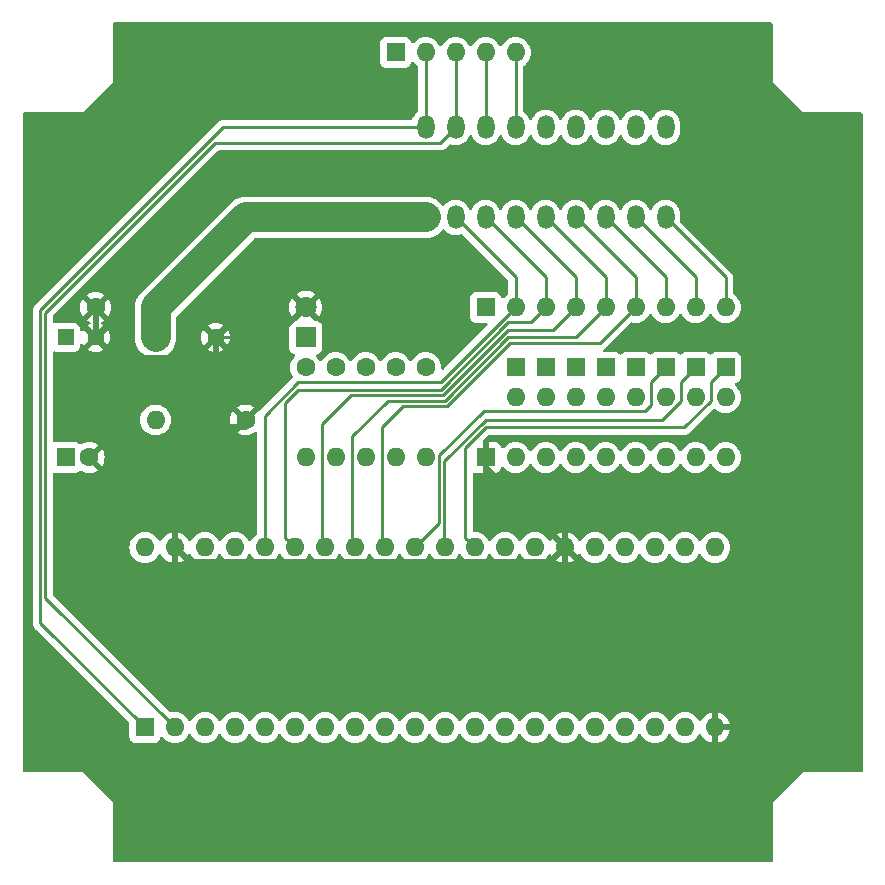
<source format=gbr>
%TF.GenerationSoftware,KiCad,Pcbnew,8.0.4*%
%TF.CreationDate,2024-08-20T14:56:35+09:00*%
%TF.ProjectId,TangNano8008MEM,54616e67-4e61-46e6-9f38-3030384d454d,rev?*%
%TF.SameCoordinates,Original*%
%TF.FileFunction,Copper,L1,Top*%
%TF.FilePolarity,Positive*%
%FSLAX46Y46*%
G04 Gerber Fmt 4.6, Leading zero omitted, Abs format (unit mm)*
G04 Created by KiCad (PCBNEW 8.0.4) date 2024-08-20 14:56:35*
%MOMM*%
%LPD*%
G01*
G04 APERTURE LIST*
%TA.AperFunction,ComponentPad*%
%ADD10R,1.600000X1.600000*%
%TD*%
%TA.AperFunction,ComponentPad*%
%ADD11O,1.600000X1.600000*%
%TD*%
%TA.AperFunction,ComponentPad*%
%ADD12C,1.600000*%
%TD*%
%TA.AperFunction,ComponentPad*%
%ADD13R,1.800000X1.800000*%
%TD*%
%TA.AperFunction,ComponentPad*%
%ADD14C,1.800000*%
%TD*%
%TA.AperFunction,ComponentPad*%
%ADD15R,1.450000X1.450000*%
%TD*%
%TA.AperFunction,ComponentPad*%
%ADD16C,1.450000*%
%TD*%
%TA.AperFunction,ComponentPad*%
%ADD17R,1.440000X2.000000*%
%TD*%
%TA.AperFunction,ComponentPad*%
%ADD18O,1.440000X2.000000*%
%TD*%
%TA.AperFunction,ViaPad*%
%ADD19C,0.800000*%
%TD*%
%TA.AperFunction,Conductor*%
%ADD20C,0.250000*%
%TD*%
%TA.AperFunction,Conductor*%
%ADD21C,2.500000*%
%TD*%
%TA.AperFunction,Conductor*%
%ADD22C,0.500000*%
%TD*%
G04 APERTURE END LIST*
D10*
%TO.P,D7,1,K*%
%TO.N,D1*%
X58420000Y-30480000D03*
D11*
%TO.P,D7,2,A*%
%TO.N,Net-(D7-A)*%
X58420000Y-33020000D03*
%TD*%
D10*
%TO.P,D2,1,K*%
%TO.N,D6*%
X45720000Y-30480000D03*
D11*
%TO.P,D2,2,A*%
%TO.N,Net-(D2-A)*%
X45720000Y-33020000D03*
%TD*%
D10*
%TO.P,D4,1,K*%
%TO.N,D4*%
X50800000Y-30480000D03*
D11*
%TO.P,D4,2,A*%
%TO.N,Net-(D4-A)*%
X50800000Y-33020000D03*
%TD*%
D10*
%TO.P,D1,1,K*%
%TO.N,D7*%
X43180000Y-30480000D03*
D11*
%TO.P,D1,2,A*%
%TO.N,Net-(D1-A)*%
X43180000Y-33020000D03*
%TD*%
D10*
%TO.P,D3,1,K*%
%TO.N,D5*%
X48260000Y-30480000D03*
D11*
%TO.P,D3,2,A*%
%TO.N,Net-(D3-A)*%
X48260000Y-33020000D03*
%TD*%
D10*
%TO.P,D6,1,K*%
%TO.N,D2*%
X55880000Y-30480000D03*
D11*
%TO.P,D6,2,A*%
%TO.N,Net-(D6-A)*%
X55880000Y-33020000D03*
%TD*%
D10*
%TO.P,D5,1,K*%
%TO.N,D3*%
X53340000Y-30480000D03*
D11*
%TO.P,D5,2,A*%
%TO.N,Net-(D5-A)*%
X53340000Y-33020000D03*
%TD*%
D10*
%TO.P,D8,1,K*%
%TO.N,D0*%
X60960000Y-30480000D03*
D11*
%TO.P,D8,2,A*%
%TO.N,Net-(D8-A)*%
X60960000Y-33020000D03*
%TD*%
D12*
%TO.P,C2,1*%
%TO.N,GND*%
X7620000Y-25400000D03*
%TO.P,C2,2*%
%TO.N,-9V*%
X12620000Y-25400000D03*
%TD*%
%TO.P,R6,1*%
%TO.N,Net-(D9-K)*%
X25400000Y-30480000D03*
D11*
%TO.P,R6,2*%
%TO.N,-9V*%
X25400000Y-38100000D03*
%TD*%
D12*
%TO.P,R3,1*%
%TO.N,Net-(U1-S1)*%
X33020000Y-30480000D03*
D11*
%TO.P,R3,2*%
%TO.N,S1*%
X33020000Y-38100000D03*
%TD*%
D12*
%TO.P,R5,1*%
%TO.N,GND*%
X20320000Y-34925000D03*
D11*
%TO.P,R5,2*%
%TO.N,-9V*%
X12700000Y-34925000D03*
%TD*%
D12*
%TO.P,R1,1*%
%TO.N,Net-(U1-SYNC)*%
X27940000Y-30480000D03*
D11*
%TO.P,R1,2*%
%TO.N,SYNC*%
X27940000Y-38100000D03*
%TD*%
D13*
%TO.P,D9,1,K*%
%TO.N,Net-(D9-K)*%
X25400000Y-27940000D03*
D14*
%TO.P,D9,2,A*%
%TO.N,GND*%
X25400000Y-25400000D03*
%TD*%
D15*
%TO.P,PS1,1,+VIN*%
%TO.N,+5V*%
X5080000Y-27940000D03*
D16*
%TO.P,PS1,2,-VIN*%
%TO.N,GND*%
X7620000Y-27940000D03*
%TO.P,PS1,4,-VOUT*%
%TO.N,-9V*%
X12700000Y-27940000D03*
%TO.P,PS1,6,+VOUT*%
%TO.N,GND*%
X17780000Y-27940000D03*
%TD*%
D10*
%TO.P,RN1,1,common*%
%TO.N,+5V*%
X40640000Y-25400000D03*
D11*
%TO.P,RN1,2,R1*%
%TO.N,D7*%
X43180000Y-25400000D03*
%TO.P,RN1,3,R2*%
%TO.N,D6*%
X45720000Y-25400000D03*
%TO.P,RN1,4,R3*%
%TO.N,D5*%
X48260000Y-25400000D03*
%TO.P,RN1,5,R4*%
%TO.N,D4*%
X50800000Y-25400000D03*
%TO.P,RN1,6,R5*%
%TO.N,D3*%
X53340000Y-25400000D03*
%TO.P,RN1,7,R6*%
%TO.N,D2*%
X55880000Y-25400000D03*
%TO.P,RN1,8,R7*%
%TO.N,D1*%
X58420000Y-25400000D03*
%TO.P,RN1,9,R8*%
%TO.N,D0*%
X60960000Y-25400000D03*
%TD*%
D10*
%TO.P,RN3,1,common*%
%TO.N,GND*%
X40640000Y-38100000D03*
D11*
%TO.P,RN3,2,R1*%
%TO.N,Net-(D1-A)*%
X43180000Y-38100000D03*
%TO.P,RN3,3,R2*%
%TO.N,Net-(D2-A)*%
X45720000Y-38100000D03*
%TO.P,RN3,4,R3*%
%TO.N,Net-(D3-A)*%
X48260000Y-38100000D03*
%TO.P,RN3,5,R4*%
%TO.N,Net-(D4-A)*%
X50800000Y-38100000D03*
%TO.P,RN3,6,R5*%
%TO.N,Net-(D5-A)*%
X53340000Y-38100000D03*
%TO.P,RN3,7,R6*%
%TO.N,Net-(D6-A)*%
X55880000Y-38100000D03*
%TO.P,RN3,8,R7*%
%TO.N,Net-(D7-A)*%
X58420000Y-38100000D03*
%TO.P,RN3,9,R8*%
%TO.N,Net-(D8-A)*%
X60960000Y-38100000D03*
%TD*%
D17*
%TO.P,U1,1,Vdd*%
%TO.N,-9V*%
X35560000Y-17780000D03*
D18*
%TO.P,U1,2,D7*%
%TO.N,D7*%
X38100000Y-17780000D03*
%TO.P,U1,3,D6*%
%TO.N,D6*%
X40640000Y-17780000D03*
%TO.P,U1,4,D5*%
%TO.N,D5*%
X43180000Y-17780000D03*
%TO.P,U1,5,D4*%
%TO.N,D4*%
X45720000Y-17780000D03*
%TO.P,U1,6,D3*%
%TO.N,D3*%
X48260000Y-17780000D03*
%TO.P,U1,7,D2*%
%TO.N,D2*%
X50800000Y-17780000D03*
%TO.P,U1,8,D1*%
%TO.N,D1*%
X53340000Y-17780000D03*
%TO.P,U1,9,D0*%
%TO.N,D0*%
X55880000Y-17780000D03*
%TO.P,U1,10,Vcc*%
%TO.N,+5V*%
X55880000Y-10160000D03*
%TO.P,U1,11,S2*%
%TO.N,Net-(U1-S2)*%
X53340000Y-10160000D03*
%TO.P,U1,12,S1*%
%TO.N,Net-(U1-S1)*%
X50800000Y-10160000D03*
%TO.P,U1,13,S0*%
%TO.N,Net-(U1-S0)*%
X48260000Y-10160000D03*
%TO.P,U1,14,SYNC*%
%TO.N,Net-(U1-SYNC)*%
X45720000Y-10160000D03*
%TO.P,U1,15,CLK2*%
%TO.N,CLK2*%
X43180000Y-10160000D03*
%TO.P,U1,16,CLK1*%
%TO.N,CLK1*%
X40640000Y-10160000D03*
%TO.P,U1,17,READY*%
%TO.N,READY*%
X38100000Y-10160000D03*
%TO.P,U1,18,INT*%
%TO.N,INTERRUPT*%
X35560000Y-10160000D03*
%TD*%
D10*
%TO.P,J1,1,Pin_1*%
%TO.N,INTERRUPT*%
X11785000Y-60960000D03*
D11*
%TO.P,J1,2,Pin_2*%
%TO.N,READY*%
X14325000Y-60960000D03*
%TO.P,J1,3,Pin_3*%
%TO.N,unconnected-(J1-Pin_3-Pad3)*%
X16865000Y-60960000D03*
%TO.P,J1,4,Pin_4*%
%TO.N,unconnected-(J1-Pin_4-Pad4)*%
X19405000Y-60960000D03*
%TO.P,J1,5,Pin_5*%
%TO.N,SYNC*%
X21945000Y-60960000D03*
%TO.P,J1,6,Pin_6*%
%TO.N,LED0*%
X24485000Y-60960000D03*
%TO.P,J1,7,Pin_7*%
%TO.N,LED1*%
X27025000Y-60960000D03*
%TO.P,J1,8,Pin_8*%
%TO.N,S0*%
X29565000Y-60960000D03*
%TO.P,J1,9,Pin_9*%
%TO.N,S1*%
X32105000Y-60960000D03*
%TO.P,J1,10,Pin_10*%
%TO.N,S2*%
X34645000Y-60960000D03*
%TO.P,J1,11,Pin_11*%
%TO.N,unconnected-(J1-Pin_11-Pad11)*%
X37185000Y-60960000D03*
%TO.P,J1,12,Pin_12*%
%TO.N,unconnected-(J1-Pin_12-Pad12)*%
X39725000Y-60960000D03*
%TO.P,J1,13,Pin_13*%
%TO.N,unconnected-(J1-Pin_13-Pad13)*%
X42265000Y-60960000D03*
%TO.P,J1,14,Pin_14*%
%TO.N,unconnected-(J1-Pin_14-Pad14)*%
X44805000Y-60960000D03*
%TO.P,J1,15,Pin_15*%
%TO.N,LED2*%
X47345000Y-60960000D03*
%TO.P,J1,16,Pin_16*%
%TO.N,LED5*%
X49885000Y-60960000D03*
%TO.P,J1,17,Pin_17*%
%TO.N,LED4*%
X52425000Y-60960000D03*
%TO.P,J1,18,Pin_18*%
%TO.N,LED3*%
X54965000Y-60960000D03*
%TO.P,J1,19,Pin_19*%
%TO.N,3V3a*%
X57505000Y-60960000D03*
%TO.P,J1,20,Pin_20*%
%TO.N,GND*%
X60045000Y-60960000D03*
%TO.P,J1,21,Pin_21*%
%TO.N,GPIO_TX*%
X60045000Y-45720000D03*
%TO.P,J1,22,Pin_22*%
%TO.N,GPIO_RX*%
X57505000Y-45720000D03*
%TO.P,J1,23,Pin_23*%
%TO.N,DBG_TRG*%
X54965000Y-45720000D03*
%TO.P,J1,24,Pin_24*%
%TO.N,unconnected-(J1-Pin_24-Pad24)*%
X52425000Y-45720000D03*
%TO.P,J1,25,Pin_25*%
%TO.N,3V3b*%
X49885000Y-45720000D03*
%TO.P,J1,26,Pin_26*%
%TO.N,GND*%
X47345000Y-45720000D03*
%TO.P,J1,27,Pin_27*%
%TO.N,LED_RGB*%
X44805000Y-45720000D03*
%TO.P,J1,28,Pin_28*%
%TO.N,unconnected-(J1-Pin_28-Pad28)*%
X42265000Y-45720000D03*
%TO.P,J1,29,Pin_29*%
%TO.N,D0*%
X39725000Y-45720000D03*
%TO.P,J1,30,Pin_30*%
%TO.N,D1*%
X37185000Y-45720000D03*
%TO.P,J1,31,Pin_31*%
%TO.N,D2*%
X34645000Y-45720000D03*
%TO.P,J1,32,Pin_32*%
%TO.N,D3*%
X32105000Y-45720000D03*
%TO.P,J1,33,Pin_33*%
%TO.N,D4*%
X29565000Y-45720000D03*
%TO.P,J1,34,Pin_34*%
%TO.N,D5*%
X27025000Y-45720000D03*
%TO.P,J1,35,Pin_35*%
%TO.N,D6*%
X24485000Y-45720000D03*
%TO.P,J1,36,Pin_36*%
%TO.N,D7*%
X21945000Y-45720000D03*
%TO.P,J1,37,Pin_37*%
%TO.N,CLK2*%
X19405000Y-45720000D03*
%TO.P,J1,38,Pin_38*%
%TO.N,CLK1*%
X16865000Y-45720000D03*
%TO.P,J1,39,Pin_39*%
%TO.N,GND*%
X14325000Y-45720000D03*
%TO.P,J1,40,Pin_40*%
%TO.N,+5V*%
X11785000Y-45720000D03*
%TD*%
D12*
%TO.P,R4,1*%
%TO.N,Net-(U1-S2)*%
X35560000Y-30480000D03*
D11*
%TO.P,R4,2*%
%TO.N,S2*%
X35560000Y-38100000D03*
%TD*%
D12*
%TO.P,R2,1*%
%TO.N,Net-(U1-S0)*%
X30480000Y-30480000D03*
D11*
%TO.P,R2,2*%
%TO.N,S0*%
X30480000Y-38100000D03*
%TD*%
D10*
%TO.P,RN2,1,common*%
%TO.N,+5V*%
X33020000Y-3810000D03*
D11*
%TO.P,RN2,2,R1*%
%TO.N,INTERRUPT*%
X35560000Y-3810000D03*
%TO.P,RN2,3,R2*%
%TO.N,READY*%
X38100000Y-3810000D03*
%TO.P,RN2,4,R3*%
%TO.N,CLK1*%
X40640000Y-3810000D03*
%TO.P,RN2,5,R4*%
%TO.N,CLK2*%
X43180000Y-3810000D03*
%TD*%
D10*
%TO.P,C1,1*%
%TO.N,+5V*%
X5080000Y-38100000D03*
D12*
%TO.P,C1,2*%
%TO.N,GND*%
X7080000Y-38100000D03*
%TD*%
D19*
%TO.N,-9V*%
X24130000Y-17780000D03*
%TD*%
D20*
%TO.N,GND*%
X22860000Y-27940000D02*
X25400000Y-25400000D01*
X17780000Y-27940000D02*
X22860000Y-27940000D01*
D21*
%TO.N,-9V*%
X24130000Y-17780000D02*
X35560000Y-17780000D01*
X20320000Y-17780000D02*
X24130000Y-17780000D01*
D22*
%TO.N,GND*%
X7620000Y-27940000D02*
X7620000Y-25400000D01*
X46095000Y-46970000D02*
X15575000Y-46970000D01*
X17780000Y-30480000D02*
X17780000Y-27940000D01*
X40640000Y-39015000D02*
X40640000Y-38100000D01*
X60045000Y-58420000D02*
X47345000Y-45720000D01*
X47345000Y-45720000D02*
X46095000Y-46970000D01*
X14325000Y-41555000D02*
X15240000Y-40640000D01*
X47345000Y-45720000D02*
X40640000Y-39015000D01*
X17780000Y-27940000D02*
X16080000Y-29640000D01*
X15240000Y-35560000D02*
X15240000Y-33020000D01*
X15240000Y-33020000D02*
X17780000Y-30480000D01*
X16080000Y-29640000D02*
X9320000Y-29640000D01*
X60045000Y-60960000D02*
X60045000Y-58420000D01*
X9320000Y-29640000D02*
X7620000Y-27940000D01*
X15575000Y-46970000D02*
X14325000Y-45720000D01*
X14325000Y-45720000D02*
X14325000Y-41555000D01*
X15240000Y-40640000D02*
X15240000Y-35560000D01*
X20320000Y-35560000D02*
X15240000Y-35560000D01*
D21*
%TO.N,-9V*%
X12700000Y-27940000D02*
X12700000Y-25400000D01*
X20320000Y-17780000D02*
X12700000Y-25400000D01*
D20*
%TO.N,D0*%
X60960000Y-22860000D02*
X55880000Y-17780000D01*
X39725000Y-45720000D02*
X38925001Y-44920001D01*
X38925001Y-37276395D02*
X40640698Y-35560698D01*
X38925001Y-44920001D02*
X38925001Y-37276395D01*
X59690000Y-31750000D02*
X60960000Y-30480000D01*
X57470293Y-35560698D02*
X59690000Y-33340991D01*
X40640698Y-35560698D02*
X57470293Y-35560698D01*
X60960000Y-25400000D02*
X60960000Y-22860000D01*
X59690000Y-33340991D02*
X59690000Y-31750000D01*
%TO.N,D1*%
X37135000Y-45770000D02*
X37135000Y-38430000D01*
X57150000Y-33340991D02*
X57150000Y-31750000D01*
X40640000Y-34925000D02*
X55565991Y-34925000D01*
X37185000Y-45720000D02*
X37135000Y-45770000D01*
X55565991Y-34925000D02*
X57150000Y-33340991D01*
X58420000Y-22860000D02*
X53340000Y-17780000D01*
X58420000Y-25400000D02*
X58420000Y-22860000D01*
X57150000Y-31750000D02*
X58420000Y-30480000D01*
X37135000Y-38430000D02*
X40640000Y-34925000D01*
%TO.N,D2*%
X54610000Y-31750000D02*
X55880000Y-30480000D01*
X54120000Y-34145000D02*
X54610000Y-33655000D01*
X55880000Y-25400000D02*
X55880000Y-22860000D01*
X40464009Y-34145000D02*
X54120000Y-34145000D01*
X54610000Y-33655000D02*
X54610000Y-31750000D01*
X34645000Y-45720000D02*
X36685000Y-43680000D01*
X36685000Y-37924009D02*
X40464009Y-34145000D01*
X55880000Y-22860000D02*
X50800000Y-17780000D01*
X36685000Y-43680000D02*
X36685000Y-37924009D01*
%TO.N,D3*%
X31895000Y-35495698D02*
X33655000Y-33735698D01*
X31895000Y-45510000D02*
X31895000Y-35495698D01*
X42735584Y-28390000D02*
X50350000Y-28390000D01*
X53340000Y-22860000D02*
X48260000Y-17780000D01*
X33655000Y-33735698D02*
X37389886Y-33735698D01*
X32105000Y-45720000D02*
X31895000Y-45510000D01*
X50350000Y-28390000D02*
X53340000Y-25400000D01*
X53340000Y-25400000D02*
X53340000Y-22860000D01*
X37389886Y-33735698D02*
X42735584Y-28390000D01*
%TO.N,D4*%
X29355000Y-36315698D02*
X32385000Y-33285698D01*
X37203490Y-33285698D02*
X42549188Y-27940000D01*
X29565000Y-45720000D02*
X29355000Y-45510000D01*
X32385000Y-33285698D02*
X37203490Y-33285698D01*
X50800000Y-22860000D02*
X45720000Y-17780000D01*
X42549188Y-27940000D02*
X48260000Y-27940000D01*
X50800000Y-25400000D02*
X50800000Y-22860000D01*
X48260000Y-27940000D02*
X50800000Y-25400000D01*
X29355000Y-45510000D02*
X29355000Y-36315698D01*
%TO.N,D5*%
X26815000Y-45510000D02*
X26815000Y-35230698D01*
X46353604Y-27306396D02*
X48260000Y-25400000D01*
X26815000Y-35230698D02*
X29210000Y-32835698D01*
X42546396Y-27306396D02*
X46353604Y-27306396D01*
X27025000Y-45720000D02*
X26815000Y-45510000D01*
X48260000Y-22860000D02*
X43180000Y-17780000D01*
X37017094Y-32835698D02*
X42546396Y-27306396D01*
X29210000Y-32835698D02*
X37017094Y-32835698D01*
X48260000Y-25400000D02*
X48260000Y-22860000D01*
%TO.N,D6*%
X42545698Y-26670698D02*
X44449302Y-26670698D01*
X36830698Y-32385698D02*
X42545698Y-26670698D01*
X24485000Y-45720000D02*
X23685001Y-44920001D01*
X23685001Y-33466395D02*
X24765698Y-32385698D01*
X24765698Y-32385698D02*
X36830698Y-32385698D01*
X23685001Y-44920001D02*
X23685001Y-33466395D01*
X45720000Y-22860000D02*
X40640000Y-17780000D01*
X45720000Y-25400000D02*
X45720000Y-22860000D01*
X44449302Y-26670698D02*
X45720000Y-25400000D01*
%TO.N,D7*%
X24765000Y-31750000D02*
X36830000Y-31750000D01*
X43180000Y-22860000D02*
X38100000Y-17780000D01*
X36830000Y-31750000D02*
X43180000Y-25400000D01*
X43180000Y-25400000D02*
X43180000Y-22860000D01*
X21945000Y-45720000D02*
X21945000Y-34570000D01*
X21945000Y-34570000D02*
X24765000Y-31750000D01*
%TO.N,CLK1*%
X40640000Y-10160000D02*
X40640000Y-3810000D01*
%TO.N,INTERRUPT*%
X18413604Y-10160000D02*
X2918000Y-25655604D01*
X2918000Y-25655604D02*
X2918000Y-52093000D01*
X35560000Y-10160000D02*
X18413604Y-10160000D01*
X35560000Y-10160000D02*
X35560000Y-3810000D01*
X2918000Y-52093000D02*
X11785000Y-60960000D01*
%TO.N,READY*%
X38100000Y-10160000D02*
X38100000Y-3810000D01*
X3368000Y-50003000D02*
X14325000Y-60960000D01*
X17725000Y-11485000D02*
X3368000Y-25842000D01*
X38100000Y-10160000D02*
X36775000Y-11485000D01*
X3368000Y-25842000D02*
X3368000Y-50003000D01*
X36775000Y-11485000D02*
X17725000Y-11485000D01*
%TO.N,CLK2*%
X43180000Y-10160000D02*
X43180000Y-3810000D01*
%TD*%
%TA.AperFunction,Conductor*%
%TO.N,GND*%
G36*
X64876039Y-1289685D02*
G01*
X64921794Y-1342489D01*
X64933000Y-1394000D01*
X64933000Y-6350000D01*
X67473000Y-8890000D01*
X72429000Y-8890000D01*
X72496039Y-8909685D01*
X72541794Y-8962489D01*
X72553000Y-9014000D01*
X72553000Y-64646000D01*
X72533315Y-64713039D01*
X72480511Y-64758794D01*
X72429000Y-64770000D01*
X67472999Y-64770000D01*
X64933000Y-67309999D01*
X64933000Y-72266000D01*
X64913315Y-72333039D01*
X64860511Y-72378794D01*
X64809000Y-72390000D01*
X9177000Y-72390000D01*
X9109961Y-72370315D01*
X9064206Y-72317511D01*
X9053000Y-72266000D01*
X9053000Y-67310000D01*
X6513000Y-64770000D01*
X1557000Y-64770000D01*
X1489961Y-64750315D01*
X1444206Y-64697511D01*
X1433000Y-64646000D01*
X1433000Y-25593999D01*
X2292500Y-25593999D01*
X2292500Y-52154611D01*
X2316535Y-52275444D01*
X2316540Y-52275461D01*
X2363685Y-52389280D01*
X2363690Y-52389289D01*
X2397914Y-52440507D01*
X2397915Y-52440509D01*
X2432140Y-52491731D01*
X2432141Y-52491732D01*
X2432142Y-52491733D01*
X2519267Y-52578858D01*
X2519268Y-52578858D01*
X2526335Y-52585925D01*
X2526334Y-52585925D01*
X2526338Y-52585928D01*
X10448181Y-60507772D01*
X10481666Y-60569095D01*
X10484500Y-60595453D01*
X10484500Y-61807870D01*
X10484501Y-61807876D01*
X10490908Y-61867483D01*
X10541202Y-62002328D01*
X10541206Y-62002335D01*
X10627452Y-62117544D01*
X10627455Y-62117547D01*
X10742664Y-62203793D01*
X10742671Y-62203797D01*
X10877517Y-62254091D01*
X10877516Y-62254091D01*
X10884444Y-62254835D01*
X10937127Y-62260500D01*
X12632872Y-62260499D01*
X12692483Y-62254091D01*
X12827331Y-62203796D01*
X12942546Y-62117546D01*
X13028796Y-62002331D01*
X13079091Y-61867483D01*
X13082862Y-61832401D01*
X13109599Y-61767855D01*
X13166990Y-61728006D01*
X13236816Y-61725511D01*
X13296905Y-61761163D01*
X13307726Y-61774536D01*
X13324956Y-61799143D01*
X13485858Y-61960045D01*
X13485861Y-61960047D01*
X13672266Y-62090568D01*
X13878504Y-62186739D01*
X14098308Y-62245635D01*
X14260230Y-62259801D01*
X14324998Y-62265468D01*
X14325000Y-62265468D01*
X14325002Y-62265468D01*
X14381807Y-62260498D01*
X14551692Y-62245635D01*
X14771496Y-62186739D01*
X14977734Y-62090568D01*
X15164139Y-61960047D01*
X15325047Y-61799139D01*
X15455568Y-61612734D01*
X15482618Y-61554724D01*
X15528790Y-61502285D01*
X15595983Y-61483133D01*
X15662865Y-61503348D01*
X15707382Y-61554725D01*
X15734429Y-61612728D01*
X15734432Y-61612734D01*
X15864954Y-61799141D01*
X16025858Y-61960045D01*
X16025861Y-61960047D01*
X16212266Y-62090568D01*
X16418504Y-62186739D01*
X16638308Y-62245635D01*
X16800230Y-62259801D01*
X16864998Y-62265468D01*
X16865000Y-62265468D01*
X16865002Y-62265468D01*
X16921807Y-62260498D01*
X17091692Y-62245635D01*
X17311496Y-62186739D01*
X17517734Y-62090568D01*
X17704139Y-61960047D01*
X17865047Y-61799139D01*
X17995568Y-61612734D01*
X18022618Y-61554724D01*
X18068790Y-61502285D01*
X18135983Y-61483133D01*
X18202865Y-61503348D01*
X18247382Y-61554725D01*
X18274429Y-61612728D01*
X18274432Y-61612734D01*
X18404954Y-61799141D01*
X18565858Y-61960045D01*
X18565861Y-61960047D01*
X18752266Y-62090568D01*
X18958504Y-62186739D01*
X19178308Y-62245635D01*
X19340230Y-62259801D01*
X19404998Y-62265468D01*
X19405000Y-62265468D01*
X19405002Y-62265468D01*
X19461807Y-62260498D01*
X19631692Y-62245635D01*
X19851496Y-62186739D01*
X20057734Y-62090568D01*
X20244139Y-61960047D01*
X20405047Y-61799139D01*
X20535568Y-61612734D01*
X20562618Y-61554724D01*
X20608790Y-61502285D01*
X20675983Y-61483133D01*
X20742865Y-61503348D01*
X20787382Y-61554725D01*
X20814429Y-61612728D01*
X20814432Y-61612734D01*
X20944954Y-61799141D01*
X21105858Y-61960045D01*
X21105861Y-61960047D01*
X21292266Y-62090568D01*
X21498504Y-62186739D01*
X21718308Y-62245635D01*
X21880230Y-62259801D01*
X21944998Y-62265468D01*
X21945000Y-62265468D01*
X21945002Y-62265468D01*
X22001807Y-62260498D01*
X22171692Y-62245635D01*
X22391496Y-62186739D01*
X22597734Y-62090568D01*
X22784139Y-61960047D01*
X22945047Y-61799139D01*
X23075568Y-61612734D01*
X23102618Y-61554724D01*
X23148790Y-61502285D01*
X23215983Y-61483133D01*
X23282865Y-61503348D01*
X23327382Y-61554725D01*
X23354429Y-61612728D01*
X23354432Y-61612734D01*
X23484954Y-61799141D01*
X23645858Y-61960045D01*
X23645861Y-61960047D01*
X23832266Y-62090568D01*
X24038504Y-62186739D01*
X24258308Y-62245635D01*
X24420230Y-62259801D01*
X24484998Y-62265468D01*
X24485000Y-62265468D01*
X24485002Y-62265468D01*
X24541807Y-62260498D01*
X24711692Y-62245635D01*
X24931496Y-62186739D01*
X25137734Y-62090568D01*
X25324139Y-61960047D01*
X25485047Y-61799139D01*
X25615568Y-61612734D01*
X25642618Y-61554724D01*
X25688790Y-61502285D01*
X25755983Y-61483133D01*
X25822865Y-61503348D01*
X25867382Y-61554725D01*
X25894429Y-61612728D01*
X25894432Y-61612734D01*
X26024954Y-61799141D01*
X26185858Y-61960045D01*
X26185861Y-61960047D01*
X26372266Y-62090568D01*
X26578504Y-62186739D01*
X26798308Y-62245635D01*
X26960230Y-62259801D01*
X27024998Y-62265468D01*
X27025000Y-62265468D01*
X27025002Y-62265468D01*
X27081807Y-62260498D01*
X27251692Y-62245635D01*
X27471496Y-62186739D01*
X27677734Y-62090568D01*
X27864139Y-61960047D01*
X28025047Y-61799139D01*
X28155568Y-61612734D01*
X28182618Y-61554724D01*
X28228790Y-61502285D01*
X28295983Y-61483133D01*
X28362865Y-61503348D01*
X28407382Y-61554725D01*
X28434429Y-61612728D01*
X28434432Y-61612734D01*
X28564954Y-61799141D01*
X28725858Y-61960045D01*
X28725861Y-61960047D01*
X28912266Y-62090568D01*
X29118504Y-62186739D01*
X29338308Y-62245635D01*
X29500230Y-62259801D01*
X29564998Y-62265468D01*
X29565000Y-62265468D01*
X29565002Y-62265468D01*
X29621807Y-62260498D01*
X29791692Y-62245635D01*
X30011496Y-62186739D01*
X30217734Y-62090568D01*
X30404139Y-61960047D01*
X30565047Y-61799139D01*
X30695568Y-61612734D01*
X30722618Y-61554724D01*
X30768790Y-61502285D01*
X30835983Y-61483133D01*
X30902865Y-61503348D01*
X30947382Y-61554725D01*
X30974429Y-61612728D01*
X30974432Y-61612734D01*
X31104954Y-61799141D01*
X31265858Y-61960045D01*
X31265861Y-61960047D01*
X31452266Y-62090568D01*
X31658504Y-62186739D01*
X31878308Y-62245635D01*
X32040230Y-62259801D01*
X32104998Y-62265468D01*
X32105000Y-62265468D01*
X32105002Y-62265468D01*
X32161807Y-62260498D01*
X32331692Y-62245635D01*
X32551496Y-62186739D01*
X32757734Y-62090568D01*
X32944139Y-61960047D01*
X33105047Y-61799139D01*
X33235568Y-61612734D01*
X33262618Y-61554724D01*
X33308790Y-61502285D01*
X33375983Y-61483133D01*
X33442865Y-61503348D01*
X33487382Y-61554725D01*
X33514429Y-61612728D01*
X33514432Y-61612734D01*
X33644954Y-61799141D01*
X33805858Y-61960045D01*
X33805861Y-61960047D01*
X33992266Y-62090568D01*
X34198504Y-62186739D01*
X34418308Y-62245635D01*
X34580230Y-62259801D01*
X34644998Y-62265468D01*
X34645000Y-62265468D01*
X34645002Y-62265468D01*
X34701807Y-62260498D01*
X34871692Y-62245635D01*
X35091496Y-62186739D01*
X35297734Y-62090568D01*
X35484139Y-61960047D01*
X35645047Y-61799139D01*
X35775568Y-61612734D01*
X35802618Y-61554724D01*
X35848790Y-61502285D01*
X35915983Y-61483133D01*
X35982865Y-61503348D01*
X36027382Y-61554725D01*
X36054429Y-61612728D01*
X36054432Y-61612734D01*
X36184954Y-61799141D01*
X36345858Y-61960045D01*
X36345861Y-61960047D01*
X36532266Y-62090568D01*
X36738504Y-62186739D01*
X36958308Y-62245635D01*
X37120230Y-62259801D01*
X37184998Y-62265468D01*
X37185000Y-62265468D01*
X37185002Y-62265468D01*
X37241807Y-62260498D01*
X37411692Y-62245635D01*
X37631496Y-62186739D01*
X37837734Y-62090568D01*
X38024139Y-61960047D01*
X38185047Y-61799139D01*
X38315568Y-61612734D01*
X38342618Y-61554724D01*
X38388790Y-61502285D01*
X38455983Y-61483133D01*
X38522865Y-61503348D01*
X38567382Y-61554725D01*
X38594429Y-61612728D01*
X38594432Y-61612734D01*
X38724954Y-61799141D01*
X38885858Y-61960045D01*
X38885861Y-61960047D01*
X39072266Y-62090568D01*
X39278504Y-62186739D01*
X39498308Y-62245635D01*
X39660230Y-62259801D01*
X39724998Y-62265468D01*
X39725000Y-62265468D01*
X39725002Y-62265468D01*
X39781807Y-62260498D01*
X39951692Y-62245635D01*
X40171496Y-62186739D01*
X40377734Y-62090568D01*
X40564139Y-61960047D01*
X40725047Y-61799139D01*
X40855568Y-61612734D01*
X40882618Y-61554724D01*
X40928790Y-61502285D01*
X40995983Y-61483133D01*
X41062865Y-61503348D01*
X41107382Y-61554725D01*
X41134429Y-61612728D01*
X41134432Y-61612734D01*
X41264954Y-61799141D01*
X41425858Y-61960045D01*
X41425861Y-61960047D01*
X41612266Y-62090568D01*
X41818504Y-62186739D01*
X42038308Y-62245635D01*
X42200230Y-62259801D01*
X42264998Y-62265468D01*
X42265000Y-62265468D01*
X42265002Y-62265468D01*
X42321807Y-62260498D01*
X42491692Y-62245635D01*
X42711496Y-62186739D01*
X42917734Y-62090568D01*
X43104139Y-61960047D01*
X43265047Y-61799139D01*
X43395568Y-61612734D01*
X43422618Y-61554724D01*
X43468790Y-61502285D01*
X43535983Y-61483133D01*
X43602865Y-61503348D01*
X43647382Y-61554725D01*
X43674429Y-61612728D01*
X43674432Y-61612734D01*
X43804954Y-61799141D01*
X43965858Y-61960045D01*
X43965861Y-61960047D01*
X44152266Y-62090568D01*
X44358504Y-62186739D01*
X44578308Y-62245635D01*
X44740230Y-62259801D01*
X44804998Y-62265468D01*
X44805000Y-62265468D01*
X44805002Y-62265468D01*
X44861807Y-62260498D01*
X45031692Y-62245635D01*
X45251496Y-62186739D01*
X45457734Y-62090568D01*
X45644139Y-61960047D01*
X45805047Y-61799139D01*
X45935568Y-61612734D01*
X45962618Y-61554724D01*
X46008790Y-61502285D01*
X46075983Y-61483133D01*
X46142865Y-61503348D01*
X46187382Y-61554725D01*
X46214429Y-61612728D01*
X46214432Y-61612734D01*
X46344954Y-61799141D01*
X46505858Y-61960045D01*
X46505861Y-61960047D01*
X46692266Y-62090568D01*
X46898504Y-62186739D01*
X47118308Y-62245635D01*
X47280230Y-62259801D01*
X47344998Y-62265468D01*
X47345000Y-62265468D01*
X47345002Y-62265468D01*
X47401807Y-62260498D01*
X47571692Y-62245635D01*
X47791496Y-62186739D01*
X47997734Y-62090568D01*
X48184139Y-61960047D01*
X48345047Y-61799139D01*
X48475568Y-61612734D01*
X48502618Y-61554724D01*
X48548790Y-61502285D01*
X48615983Y-61483133D01*
X48682865Y-61503348D01*
X48727382Y-61554725D01*
X48754429Y-61612728D01*
X48754432Y-61612734D01*
X48884954Y-61799141D01*
X49045858Y-61960045D01*
X49045861Y-61960047D01*
X49232266Y-62090568D01*
X49438504Y-62186739D01*
X49658308Y-62245635D01*
X49820230Y-62259801D01*
X49884998Y-62265468D01*
X49885000Y-62265468D01*
X49885002Y-62265468D01*
X49941807Y-62260498D01*
X50111692Y-62245635D01*
X50331496Y-62186739D01*
X50537734Y-62090568D01*
X50724139Y-61960047D01*
X50885047Y-61799139D01*
X51015568Y-61612734D01*
X51042618Y-61554724D01*
X51088790Y-61502285D01*
X51155983Y-61483133D01*
X51222865Y-61503348D01*
X51267382Y-61554725D01*
X51294429Y-61612728D01*
X51294432Y-61612734D01*
X51424954Y-61799141D01*
X51585858Y-61960045D01*
X51585861Y-61960047D01*
X51772266Y-62090568D01*
X51978504Y-62186739D01*
X52198308Y-62245635D01*
X52360230Y-62259801D01*
X52424998Y-62265468D01*
X52425000Y-62265468D01*
X52425002Y-62265468D01*
X52481807Y-62260498D01*
X52651692Y-62245635D01*
X52871496Y-62186739D01*
X53077734Y-62090568D01*
X53264139Y-61960047D01*
X53425047Y-61799139D01*
X53555568Y-61612734D01*
X53582618Y-61554724D01*
X53628790Y-61502285D01*
X53695983Y-61483133D01*
X53762865Y-61503348D01*
X53807382Y-61554725D01*
X53834429Y-61612728D01*
X53834432Y-61612734D01*
X53964954Y-61799141D01*
X54125858Y-61960045D01*
X54125861Y-61960047D01*
X54312266Y-62090568D01*
X54518504Y-62186739D01*
X54738308Y-62245635D01*
X54900230Y-62259801D01*
X54964998Y-62265468D01*
X54965000Y-62265468D01*
X54965002Y-62265468D01*
X55021807Y-62260498D01*
X55191692Y-62245635D01*
X55411496Y-62186739D01*
X55617734Y-62090568D01*
X55804139Y-61960047D01*
X55965047Y-61799139D01*
X56095568Y-61612734D01*
X56122618Y-61554724D01*
X56168790Y-61502285D01*
X56235983Y-61483133D01*
X56302865Y-61503348D01*
X56347382Y-61554725D01*
X56374429Y-61612728D01*
X56374432Y-61612734D01*
X56504954Y-61799141D01*
X56665858Y-61960045D01*
X56665861Y-61960047D01*
X56852266Y-62090568D01*
X57058504Y-62186739D01*
X57278308Y-62245635D01*
X57440230Y-62259801D01*
X57504998Y-62265468D01*
X57505000Y-62265468D01*
X57505002Y-62265468D01*
X57561807Y-62260498D01*
X57731692Y-62245635D01*
X57951496Y-62186739D01*
X58157734Y-62090568D01*
X58344139Y-61960047D01*
X58505047Y-61799139D01*
X58635568Y-61612734D01*
X58662895Y-61554129D01*
X58709064Y-61501695D01*
X58776257Y-61482542D01*
X58843139Y-61502757D01*
X58887657Y-61554133D01*
X58914865Y-61612482D01*
X59045342Y-61798820D01*
X59206179Y-61959657D01*
X59392517Y-62090134D01*
X59598673Y-62186265D01*
X59598682Y-62186269D01*
X59794999Y-62238872D01*
X59795000Y-62238871D01*
X59795000Y-61275686D01*
X59799394Y-61280080D01*
X59890606Y-61332741D01*
X59992339Y-61360000D01*
X60097661Y-61360000D01*
X60199394Y-61332741D01*
X60290606Y-61280080D01*
X60295000Y-61275686D01*
X60295000Y-62238872D01*
X60491317Y-62186269D01*
X60491326Y-62186265D01*
X60697482Y-62090134D01*
X60883820Y-61959657D01*
X61044657Y-61798820D01*
X61175134Y-61612482D01*
X61271265Y-61406326D01*
X61271269Y-61406317D01*
X61323872Y-61210000D01*
X60360686Y-61210000D01*
X60365080Y-61205606D01*
X60417741Y-61114394D01*
X60445000Y-61012661D01*
X60445000Y-60907339D01*
X60417741Y-60805606D01*
X60365080Y-60714394D01*
X60360686Y-60710000D01*
X61323872Y-60710000D01*
X61323872Y-60709999D01*
X61271269Y-60513682D01*
X61271265Y-60513673D01*
X61175134Y-60307517D01*
X61044657Y-60121179D01*
X60883820Y-59960342D01*
X60697482Y-59829865D01*
X60491328Y-59733734D01*
X60295000Y-59681127D01*
X60295000Y-60644314D01*
X60290606Y-60639920D01*
X60199394Y-60587259D01*
X60097661Y-60560000D01*
X59992339Y-60560000D01*
X59890606Y-60587259D01*
X59799394Y-60639920D01*
X59795000Y-60644314D01*
X59795000Y-59681127D01*
X59598671Y-59733734D01*
X59392517Y-59829865D01*
X59206179Y-59960342D01*
X59045342Y-60121179D01*
X58914867Y-60307515D01*
X58887657Y-60365867D01*
X58841484Y-60418306D01*
X58774290Y-60437457D01*
X58707409Y-60417241D01*
X58662893Y-60365865D01*
X58635570Y-60307271D01*
X58635567Y-60307265D01*
X58505045Y-60120858D01*
X58344141Y-59959954D01*
X58157734Y-59829432D01*
X58157732Y-59829431D01*
X57951497Y-59733261D01*
X57951488Y-59733258D01*
X57731697Y-59674366D01*
X57731693Y-59674365D01*
X57731692Y-59674365D01*
X57731691Y-59674364D01*
X57731686Y-59674364D01*
X57505002Y-59654532D01*
X57504998Y-59654532D01*
X57278313Y-59674364D01*
X57278302Y-59674366D01*
X57058511Y-59733258D01*
X57058502Y-59733261D01*
X56852267Y-59829431D01*
X56852265Y-59829432D01*
X56665858Y-59959954D01*
X56504954Y-60120858D01*
X56374432Y-60307265D01*
X56374431Y-60307267D01*
X56347382Y-60365275D01*
X56301209Y-60417714D01*
X56234016Y-60436866D01*
X56167135Y-60416650D01*
X56122618Y-60365275D01*
X56095568Y-60307267D01*
X56095567Y-60307265D01*
X55965045Y-60120858D01*
X55804141Y-59959954D01*
X55617734Y-59829432D01*
X55617732Y-59829431D01*
X55411497Y-59733261D01*
X55411488Y-59733258D01*
X55191697Y-59674366D01*
X55191693Y-59674365D01*
X55191692Y-59674365D01*
X55191691Y-59674364D01*
X55191686Y-59674364D01*
X54965002Y-59654532D01*
X54964998Y-59654532D01*
X54738313Y-59674364D01*
X54738302Y-59674366D01*
X54518511Y-59733258D01*
X54518502Y-59733261D01*
X54312267Y-59829431D01*
X54312265Y-59829432D01*
X54125858Y-59959954D01*
X53964954Y-60120858D01*
X53834432Y-60307265D01*
X53834431Y-60307267D01*
X53807382Y-60365275D01*
X53761209Y-60417714D01*
X53694016Y-60436866D01*
X53627135Y-60416650D01*
X53582618Y-60365275D01*
X53555568Y-60307267D01*
X53555567Y-60307265D01*
X53425045Y-60120858D01*
X53264141Y-59959954D01*
X53077734Y-59829432D01*
X53077732Y-59829431D01*
X52871497Y-59733261D01*
X52871488Y-59733258D01*
X52651697Y-59674366D01*
X52651693Y-59674365D01*
X52651692Y-59674365D01*
X52651691Y-59674364D01*
X52651686Y-59674364D01*
X52425002Y-59654532D01*
X52424998Y-59654532D01*
X52198313Y-59674364D01*
X52198302Y-59674366D01*
X51978511Y-59733258D01*
X51978502Y-59733261D01*
X51772267Y-59829431D01*
X51772265Y-59829432D01*
X51585858Y-59959954D01*
X51424954Y-60120858D01*
X51294432Y-60307265D01*
X51294431Y-60307267D01*
X51267382Y-60365275D01*
X51221209Y-60417714D01*
X51154016Y-60436866D01*
X51087135Y-60416650D01*
X51042618Y-60365275D01*
X51015568Y-60307267D01*
X51015567Y-60307265D01*
X50885045Y-60120858D01*
X50724141Y-59959954D01*
X50537734Y-59829432D01*
X50537732Y-59829431D01*
X50331497Y-59733261D01*
X50331488Y-59733258D01*
X50111697Y-59674366D01*
X50111693Y-59674365D01*
X50111692Y-59674365D01*
X50111691Y-59674364D01*
X50111686Y-59674364D01*
X49885002Y-59654532D01*
X49884998Y-59654532D01*
X49658313Y-59674364D01*
X49658302Y-59674366D01*
X49438511Y-59733258D01*
X49438502Y-59733261D01*
X49232267Y-59829431D01*
X49232265Y-59829432D01*
X49045858Y-59959954D01*
X48884954Y-60120858D01*
X48754432Y-60307265D01*
X48754431Y-60307267D01*
X48727382Y-60365275D01*
X48681209Y-60417714D01*
X48614016Y-60436866D01*
X48547135Y-60416650D01*
X48502618Y-60365275D01*
X48475568Y-60307267D01*
X48475567Y-60307265D01*
X48345045Y-60120858D01*
X48184141Y-59959954D01*
X47997734Y-59829432D01*
X47997732Y-59829431D01*
X47791497Y-59733261D01*
X47791488Y-59733258D01*
X47571697Y-59674366D01*
X47571693Y-59674365D01*
X47571692Y-59674365D01*
X47571691Y-59674364D01*
X47571686Y-59674364D01*
X47345002Y-59654532D01*
X47344998Y-59654532D01*
X47118313Y-59674364D01*
X47118302Y-59674366D01*
X46898511Y-59733258D01*
X46898502Y-59733261D01*
X46692267Y-59829431D01*
X46692265Y-59829432D01*
X46505858Y-59959954D01*
X46344954Y-60120858D01*
X46214432Y-60307265D01*
X46214431Y-60307267D01*
X46187382Y-60365275D01*
X46141209Y-60417714D01*
X46074016Y-60436866D01*
X46007135Y-60416650D01*
X45962618Y-60365275D01*
X45935568Y-60307267D01*
X45935567Y-60307265D01*
X45805045Y-60120858D01*
X45644141Y-59959954D01*
X45457734Y-59829432D01*
X45457732Y-59829431D01*
X45251497Y-59733261D01*
X45251488Y-59733258D01*
X45031697Y-59674366D01*
X45031693Y-59674365D01*
X45031692Y-59674365D01*
X45031691Y-59674364D01*
X45031686Y-59674364D01*
X44805002Y-59654532D01*
X44804998Y-59654532D01*
X44578313Y-59674364D01*
X44578302Y-59674366D01*
X44358511Y-59733258D01*
X44358502Y-59733261D01*
X44152267Y-59829431D01*
X44152265Y-59829432D01*
X43965858Y-59959954D01*
X43804954Y-60120858D01*
X43674432Y-60307265D01*
X43674431Y-60307267D01*
X43647382Y-60365275D01*
X43601209Y-60417714D01*
X43534016Y-60436866D01*
X43467135Y-60416650D01*
X43422618Y-60365275D01*
X43395568Y-60307267D01*
X43395567Y-60307265D01*
X43265045Y-60120858D01*
X43104141Y-59959954D01*
X42917734Y-59829432D01*
X42917732Y-59829431D01*
X42711497Y-59733261D01*
X42711488Y-59733258D01*
X42491697Y-59674366D01*
X42491693Y-59674365D01*
X42491692Y-59674365D01*
X42491691Y-59674364D01*
X42491686Y-59674364D01*
X42265002Y-59654532D01*
X42264998Y-59654532D01*
X42038313Y-59674364D01*
X42038302Y-59674366D01*
X41818511Y-59733258D01*
X41818502Y-59733261D01*
X41612267Y-59829431D01*
X41612265Y-59829432D01*
X41425858Y-59959954D01*
X41264954Y-60120858D01*
X41134432Y-60307265D01*
X41134431Y-60307267D01*
X41107382Y-60365275D01*
X41061209Y-60417714D01*
X40994016Y-60436866D01*
X40927135Y-60416650D01*
X40882618Y-60365275D01*
X40855568Y-60307267D01*
X40855567Y-60307265D01*
X40725045Y-60120858D01*
X40564141Y-59959954D01*
X40377734Y-59829432D01*
X40377732Y-59829431D01*
X40171497Y-59733261D01*
X40171488Y-59733258D01*
X39951697Y-59674366D01*
X39951693Y-59674365D01*
X39951692Y-59674365D01*
X39951691Y-59674364D01*
X39951686Y-59674364D01*
X39725002Y-59654532D01*
X39724998Y-59654532D01*
X39498313Y-59674364D01*
X39498302Y-59674366D01*
X39278511Y-59733258D01*
X39278502Y-59733261D01*
X39072267Y-59829431D01*
X39072265Y-59829432D01*
X38885858Y-59959954D01*
X38724954Y-60120858D01*
X38594432Y-60307265D01*
X38594431Y-60307267D01*
X38567382Y-60365275D01*
X38521209Y-60417714D01*
X38454016Y-60436866D01*
X38387135Y-60416650D01*
X38342618Y-60365275D01*
X38315568Y-60307267D01*
X38315567Y-60307265D01*
X38185045Y-60120858D01*
X38024141Y-59959954D01*
X37837734Y-59829432D01*
X37837732Y-59829431D01*
X37631497Y-59733261D01*
X37631488Y-59733258D01*
X37411697Y-59674366D01*
X37411693Y-59674365D01*
X37411692Y-59674365D01*
X37411691Y-59674364D01*
X37411686Y-59674364D01*
X37185002Y-59654532D01*
X37184998Y-59654532D01*
X36958313Y-59674364D01*
X36958302Y-59674366D01*
X36738511Y-59733258D01*
X36738502Y-59733261D01*
X36532267Y-59829431D01*
X36532265Y-59829432D01*
X36345858Y-59959954D01*
X36184954Y-60120858D01*
X36054432Y-60307265D01*
X36054431Y-60307267D01*
X36027382Y-60365275D01*
X35981209Y-60417714D01*
X35914016Y-60436866D01*
X35847135Y-60416650D01*
X35802618Y-60365275D01*
X35775568Y-60307267D01*
X35775567Y-60307265D01*
X35645045Y-60120858D01*
X35484141Y-59959954D01*
X35297734Y-59829432D01*
X35297732Y-59829431D01*
X35091497Y-59733261D01*
X35091488Y-59733258D01*
X34871697Y-59674366D01*
X34871693Y-59674365D01*
X34871692Y-59674365D01*
X34871691Y-59674364D01*
X34871686Y-59674364D01*
X34645002Y-59654532D01*
X34644998Y-59654532D01*
X34418313Y-59674364D01*
X34418302Y-59674366D01*
X34198511Y-59733258D01*
X34198502Y-59733261D01*
X33992267Y-59829431D01*
X33992265Y-59829432D01*
X33805858Y-59959954D01*
X33644954Y-60120858D01*
X33514432Y-60307265D01*
X33514431Y-60307267D01*
X33487382Y-60365275D01*
X33441209Y-60417714D01*
X33374016Y-60436866D01*
X33307135Y-60416650D01*
X33262618Y-60365275D01*
X33235568Y-60307267D01*
X33235567Y-60307265D01*
X33105045Y-60120858D01*
X32944141Y-59959954D01*
X32757734Y-59829432D01*
X32757732Y-59829431D01*
X32551497Y-59733261D01*
X32551488Y-59733258D01*
X32331697Y-59674366D01*
X32331693Y-59674365D01*
X32331692Y-59674365D01*
X32331691Y-59674364D01*
X32331686Y-59674364D01*
X32105002Y-59654532D01*
X32104998Y-59654532D01*
X31878313Y-59674364D01*
X31878302Y-59674366D01*
X31658511Y-59733258D01*
X31658502Y-59733261D01*
X31452267Y-59829431D01*
X31452265Y-59829432D01*
X31265858Y-59959954D01*
X31104954Y-60120858D01*
X30974432Y-60307265D01*
X30974431Y-60307267D01*
X30947382Y-60365275D01*
X30901209Y-60417714D01*
X30834016Y-60436866D01*
X30767135Y-60416650D01*
X30722618Y-60365275D01*
X30695568Y-60307267D01*
X30695567Y-60307265D01*
X30565045Y-60120858D01*
X30404141Y-59959954D01*
X30217734Y-59829432D01*
X30217732Y-59829431D01*
X30011497Y-59733261D01*
X30011488Y-59733258D01*
X29791697Y-59674366D01*
X29791693Y-59674365D01*
X29791692Y-59674365D01*
X29791691Y-59674364D01*
X29791686Y-59674364D01*
X29565002Y-59654532D01*
X29564998Y-59654532D01*
X29338313Y-59674364D01*
X29338302Y-59674366D01*
X29118511Y-59733258D01*
X29118502Y-59733261D01*
X28912267Y-59829431D01*
X28912265Y-59829432D01*
X28725858Y-59959954D01*
X28564954Y-60120858D01*
X28434432Y-60307265D01*
X28434431Y-60307267D01*
X28407382Y-60365275D01*
X28361209Y-60417714D01*
X28294016Y-60436866D01*
X28227135Y-60416650D01*
X28182618Y-60365275D01*
X28155568Y-60307267D01*
X28155567Y-60307265D01*
X28025045Y-60120858D01*
X27864141Y-59959954D01*
X27677734Y-59829432D01*
X27677732Y-59829431D01*
X27471497Y-59733261D01*
X27471488Y-59733258D01*
X27251697Y-59674366D01*
X27251693Y-59674365D01*
X27251692Y-59674365D01*
X27251691Y-59674364D01*
X27251686Y-59674364D01*
X27025002Y-59654532D01*
X27024998Y-59654532D01*
X26798313Y-59674364D01*
X26798302Y-59674366D01*
X26578511Y-59733258D01*
X26578502Y-59733261D01*
X26372267Y-59829431D01*
X26372265Y-59829432D01*
X26185858Y-59959954D01*
X26024954Y-60120858D01*
X25894432Y-60307265D01*
X25894431Y-60307267D01*
X25867382Y-60365275D01*
X25821209Y-60417714D01*
X25754016Y-60436866D01*
X25687135Y-60416650D01*
X25642618Y-60365275D01*
X25615568Y-60307267D01*
X25615567Y-60307265D01*
X25485045Y-60120858D01*
X25324141Y-59959954D01*
X25137734Y-59829432D01*
X25137732Y-59829431D01*
X24931497Y-59733261D01*
X24931488Y-59733258D01*
X24711697Y-59674366D01*
X24711693Y-59674365D01*
X24711692Y-59674365D01*
X24711691Y-59674364D01*
X24711686Y-59674364D01*
X24485002Y-59654532D01*
X24484998Y-59654532D01*
X24258313Y-59674364D01*
X24258302Y-59674366D01*
X24038511Y-59733258D01*
X24038502Y-59733261D01*
X23832267Y-59829431D01*
X23832265Y-59829432D01*
X23645858Y-59959954D01*
X23484954Y-60120858D01*
X23354432Y-60307265D01*
X23354431Y-60307267D01*
X23327382Y-60365275D01*
X23281209Y-60417714D01*
X23214016Y-60436866D01*
X23147135Y-60416650D01*
X23102618Y-60365275D01*
X23075568Y-60307267D01*
X23075567Y-60307265D01*
X22945045Y-60120858D01*
X22784141Y-59959954D01*
X22597734Y-59829432D01*
X22597732Y-59829431D01*
X22391497Y-59733261D01*
X22391488Y-59733258D01*
X22171697Y-59674366D01*
X22171693Y-59674365D01*
X22171692Y-59674365D01*
X22171691Y-59674364D01*
X22171686Y-59674364D01*
X21945002Y-59654532D01*
X21944998Y-59654532D01*
X21718313Y-59674364D01*
X21718302Y-59674366D01*
X21498511Y-59733258D01*
X21498502Y-59733261D01*
X21292267Y-59829431D01*
X21292265Y-59829432D01*
X21105858Y-59959954D01*
X20944954Y-60120858D01*
X20814432Y-60307265D01*
X20814431Y-60307267D01*
X20787382Y-60365275D01*
X20741209Y-60417714D01*
X20674016Y-60436866D01*
X20607135Y-60416650D01*
X20562618Y-60365275D01*
X20535568Y-60307267D01*
X20535567Y-60307265D01*
X20405045Y-60120858D01*
X20244141Y-59959954D01*
X20057734Y-59829432D01*
X20057732Y-59829431D01*
X19851497Y-59733261D01*
X19851488Y-59733258D01*
X19631697Y-59674366D01*
X19631693Y-59674365D01*
X19631692Y-59674365D01*
X19631691Y-59674364D01*
X19631686Y-59674364D01*
X19405002Y-59654532D01*
X19404998Y-59654532D01*
X19178313Y-59674364D01*
X19178302Y-59674366D01*
X18958511Y-59733258D01*
X18958502Y-59733261D01*
X18752267Y-59829431D01*
X18752265Y-59829432D01*
X18565858Y-59959954D01*
X18404954Y-60120858D01*
X18274432Y-60307265D01*
X18274431Y-60307267D01*
X18247382Y-60365275D01*
X18201209Y-60417714D01*
X18134016Y-60436866D01*
X18067135Y-60416650D01*
X18022618Y-60365275D01*
X17995568Y-60307267D01*
X17995567Y-60307265D01*
X17865045Y-60120858D01*
X17704141Y-59959954D01*
X17517734Y-59829432D01*
X17517732Y-59829431D01*
X17311497Y-59733261D01*
X17311488Y-59733258D01*
X17091697Y-59674366D01*
X17091693Y-59674365D01*
X17091692Y-59674365D01*
X17091691Y-59674364D01*
X17091686Y-59674364D01*
X16865002Y-59654532D01*
X16864998Y-59654532D01*
X16638313Y-59674364D01*
X16638302Y-59674366D01*
X16418511Y-59733258D01*
X16418502Y-59733261D01*
X16212267Y-59829431D01*
X16212265Y-59829432D01*
X16025858Y-59959954D01*
X15864954Y-60120858D01*
X15734432Y-60307265D01*
X15734431Y-60307267D01*
X15707382Y-60365275D01*
X15661209Y-60417714D01*
X15594016Y-60436866D01*
X15527135Y-60416650D01*
X15482618Y-60365275D01*
X15455568Y-60307267D01*
X15455567Y-60307265D01*
X15325045Y-60120858D01*
X15164141Y-59959954D01*
X14977734Y-59829432D01*
X14977732Y-59829431D01*
X14771497Y-59733261D01*
X14771488Y-59733258D01*
X14551697Y-59674366D01*
X14551693Y-59674365D01*
X14551692Y-59674365D01*
X14551691Y-59674364D01*
X14551686Y-59674364D01*
X14325002Y-59654532D01*
X14324999Y-59654532D01*
X14098313Y-59674364D01*
X14098307Y-59674365D01*
X14029948Y-59692681D01*
X13960098Y-59691016D01*
X13910176Y-59660586D01*
X4029819Y-49780229D01*
X3996334Y-49718906D01*
X3993500Y-49692548D01*
X3993500Y-45719998D01*
X10479532Y-45719998D01*
X10479532Y-45720001D01*
X10499364Y-45946686D01*
X10499366Y-45946697D01*
X10558258Y-46166488D01*
X10558261Y-46166497D01*
X10654431Y-46372732D01*
X10654432Y-46372734D01*
X10784954Y-46559141D01*
X10945858Y-46720045D01*
X10945861Y-46720047D01*
X11132266Y-46850568D01*
X11338504Y-46946739D01*
X11558308Y-47005635D01*
X11720230Y-47019801D01*
X11784998Y-47025468D01*
X11785000Y-47025468D01*
X11785002Y-47025468D01*
X11841673Y-47020509D01*
X12011692Y-47005635D01*
X12231496Y-46946739D01*
X12437734Y-46850568D01*
X12624139Y-46720047D01*
X12785047Y-46559139D01*
X12915568Y-46372734D01*
X12942895Y-46314129D01*
X12989064Y-46261695D01*
X13056257Y-46242542D01*
X13123139Y-46262757D01*
X13167657Y-46314133D01*
X13194865Y-46372482D01*
X13325342Y-46558820D01*
X13486179Y-46719657D01*
X13672517Y-46850134D01*
X13878673Y-46946265D01*
X13878682Y-46946269D01*
X14074999Y-46998872D01*
X14075000Y-46998871D01*
X14075000Y-46035686D01*
X14079394Y-46040080D01*
X14170606Y-46092741D01*
X14272339Y-46120000D01*
X14377661Y-46120000D01*
X14479394Y-46092741D01*
X14570606Y-46040080D01*
X14575000Y-46035686D01*
X14575000Y-46998872D01*
X14771317Y-46946269D01*
X14771326Y-46946265D01*
X14977482Y-46850134D01*
X15163820Y-46719657D01*
X15324657Y-46558820D01*
X15455132Y-46372484D01*
X15482341Y-46314134D01*
X15528513Y-46261695D01*
X15595707Y-46242542D01*
X15662588Y-46262757D01*
X15707106Y-46314133D01*
X15734431Y-46372732D01*
X15734432Y-46372734D01*
X15864954Y-46559141D01*
X16025858Y-46720045D01*
X16025861Y-46720047D01*
X16212266Y-46850568D01*
X16418504Y-46946739D01*
X16638308Y-47005635D01*
X16800230Y-47019801D01*
X16864998Y-47025468D01*
X16865000Y-47025468D01*
X16865002Y-47025468D01*
X16921673Y-47020509D01*
X17091692Y-47005635D01*
X17311496Y-46946739D01*
X17517734Y-46850568D01*
X17704139Y-46720047D01*
X17865047Y-46559139D01*
X17995568Y-46372734D01*
X18022618Y-46314724D01*
X18068790Y-46262285D01*
X18135983Y-46243133D01*
X18202865Y-46263348D01*
X18247382Y-46314725D01*
X18274429Y-46372728D01*
X18274432Y-46372734D01*
X18404954Y-46559141D01*
X18565858Y-46720045D01*
X18565861Y-46720047D01*
X18752266Y-46850568D01*
X18958504Y-46946739D01*
X19178308Y-47005635D01*
X19340230Y-47019801D01*
X19404998Y-47025468D01*
X19405000Y-47025468D01*
X19405002Y-47025468D01*
X19461673Y-47020509D01*
X19631692Y-47005635D01*
X19851496Y-46946739D01*
X20057734Y-46850568D01*
X20244139Y-46720047D01*
X20405047Y-46559139D01*
X20535568Y-46372734D01*
X20562618Y-46314724D01*
X20608790Y-46262285D01*
X20675983Y-46243133D01*
X20742865Y-46263348D01*
X20787382Y-46314725D01*
X20814429Y-46372728D01*
X20814432Y-46372734D01*
X20944954Y-46559141D01*
X21105858Y-46720045D01*
X21105861Y-46720047D01*
X21292266Y-46850568D01*
X21498504Y-46946739D01*
X21718308Y-47005635D01*
X21880230Y-47019801D01*
X21944998Y-47025468D01*
X21945000Y-47025468D01*
X21945002Y-47025468D01*
X22001673Y-47020509D01*
X22171692Y-47005635D01*
X22391496Y-46946739D01*
X22597734Y-46850568D01*
X22784139Y-46720047D01*
X22945047Y-46559139D01*
X23075568Y-46372734D01*
X23102618Y-46314724D01*
X23148790Y-46262285D01*
X23215983Y-46243133D01*
X23282865Y-46263348D01*
X23327382Y-46314725D01*
X23354429Y-46372728D01*
X23354432Y-46372734D01*
X23484954Y-46559141D01*
X23645858Y-46720045D01*
X23645861Y-46720047D01*
X23832266Y-46850568D01*
X24038504Y-46946739D01*
X24258308Y-47005635D01*
X24420230Y-47019801D01*
X24484998Y-47025468D01*
X24485000Y-47025468D01*
X24485002Y-47025468D01*
X24541673Y-47020509D01*
X24711692Y-47005635D01*
X24931496Y-46946739D01*
X25137734Y-46850568D01*
X25324139Y-46720047D01*
X25485047Y-46559139D01*
X25615568Y-46372734D01*
X25642618Y-46314724D01*
X25688790Y-46262285D01*
X25755983Y-46243133D01*
X25822865Y-46263348D01*
X25867382Y-46314725D01*
X25894429Y-46372728D01*
X25894432Y-46372734D01*
X26024954Y-46559141D01*
X26185858Y-46720045D01*
X26185861Y-46720047D01*
X26372266Y-46850568D01*
X26578504Y-46946739D01*
X26798308Y-47005635D01*
X26960230Y-47019801D01*
X27024998Y-47025468D01*
X27025000Y-47025468D01*
X27025002Y-47025468D01*
X27081673Y-47020509D01*
X27251692Y-47005635D01*
X27471496Y-46946739D01*
X27677734Y-46850568D01*
X27864139Y-46720047D01*
X28025047Y-46559139D01*
X28155568Y-46372734D01*
X28182618Y-46314724D01*
X28228790Y-46262285D01*
X28295983Y-46243133D01*
X28362865Y-46263348D01*
X28407382Y-46314725D01*
X28434429Y-46372728D01*
X28434432Y-46372734D01*
X28564954Y-46559141D01*
X28725858Y-46720045D01*
X28725861Y-46720047D01*
X28912266Y-46850568D01*
X29118504Y-46946739D01*
X29338308Y-47005635D01*
X29500230Y-47019801D01*
X29564998Y-47025468D01*
X29565000Y-47025468D01*
X29565002Y-47025468D01*
X29621673Y-47020509D01*
X29791692Y-47005635D01*
X30011496Y-46946739D01*
X30217734Y-46850568D01*
X30404139Y-46720047D01*
X30565047Y-46559139D01*
X30695568Y-46372734D01*
X30722618Y-46314724D01*
X30768790Y-46262285D01*
X30835983Y-46243133D01*
X30902865Y-46263348D01*
X30947382Y-46314725D01*
X30974429Y-46372728D01*
X30974432Y-46372734D01*
X31104954Y-46559141D01*
X31265858Y-46720045D01*
X31265861Y-46720047D01*
X31452266Y-46850568D01*
X31658504Y-46946739D01*
X31878308Y-47005635D01*
X32040230Y-47019801D01*
X32104998Y-47025468D01*
X32105000Y-47025468D01*
X32105002Y-47025468D01*
X32161673Y-47020509D01*
X32331692Y-47005635D01*
X32551496Y-46946739D01*
X32757734Y-46850568D01*
X32944139Y-46720047D01*
X33105047Y-46559139D01*
X33235568Y-46372734D01*
X33262618Y-46314724D01*
X33308790Y-46262285D01*
X33375983Y-46243133D01*
X33442865Y-46263348D01*
X33487382Y-46314725D01*
X33514429Y-46372728D01*
X33514432Y-46372734D01*
X33644954Y-46559141D01*
X33805858Y-46720045D01*
X33805861Y-46720047D01*
X33992266Y-46850568D01*
X34198504Y-46946739D01*
X34418308Y-47005635D01*
X34580230Y-47019801D01*
X34644998Y-47025468D01*
X34645000Y-47025468D01*
X34645002Y-47025468D01*
X34701673Y-47020509D01*
X34871692Y-47005635D01*
X35091496Y-46946739D01*
X35297734Y-46850568D01*
X35484139Y-46720047D01*
X35645047Y-46559139D01*
X35775568Y-46372734D01*
X35802618Y-46314724D01*
X35848790Y-46262285D01*
X35915983Y-46243133D01*
X35982865Y-46263348D01*
X36027382Y-46314725D01*
X36054429Y-46372728D01*
X36054432Y-46372734D01*
X36184954Y-46559141D01*
X36345858Y-46720045D01*
X36345861Y-46720047D01*
X36532266Y-46850568D01*
X36738504Y-46946739D01*
X36958308Y-47005635D01*
X37120230Y-47019801D01*
X37184998Y-47025468D01*
X37185000Y-47025468D01*
X37185002Y-47025468D01*
X37241673Y-47020509D01*
X37411692Y-47005635D01*
X37631496Y-46946739D01*
X37837734Y-46850568D01*
X38024139Y-46720047D01*
X38185047Y-46559139D01*
X38315568Y-46372734D01*
X38342618Y-46314724D01*
X38388790Y-46262285D01*
X38455983Y-46243133D01*
X38522865Y-46263348D01*
X38567382Y-46314725D01*
X38594429Y-46372728D01*
X38594432Y-46372734D01*
X38724954Y-46559141D01*
X38885858Y-46720045D01*
X38885861Y-46720047D01*
X39072266Y-46850568D01*
X39278504Y-46946739D01*
X39498308Y-47005635D01*
X39660230Y-47019801D01*
X39724998Y-47025468D01*
X39725000Y-47025468D01*
X39725002Y-47025468D01*
X39781673Y-47020509D01*
X39951692Y-47005635D01*
X40171496Y-46946739D01*
X40377734Y-46850568D01*
X40564139Y-46720047D01*
X40725047Y-46559139D01*
X40855568Y-46372734D01*
X40882618Y-46314724D01*
X40928790Y-46262285D01*
X40995983Y-46243133D01*
X41062865Y-46263348D01*
X41107382Y-46314725D01*
X41134429Y-46372728D01*
X41134432Y-46372734D01*
X41264954Y-46559141D01*
X41425858Y-46720045D01*
X41425861Y-46720047D01*
X41612266Y-46850568D01*
X41818504Y-46946739D01*
X42038308Y-47005635D01*
X42200230Y-47019801D01*
X42264998Y-47025468D01*
X42265000Y-47025468D01*
X42265002Y-47025468D01*
X42321673Y-47020509D01*
X42491692Y-47005635D01*
X42711496Y-46946739D01*
X42917734Y-46850568D01*
X43104139Y-46720047D01*
X43265047Y-46559139D01*
X43395568Y-46372734D01*
X43422618Y-46314724D01*
X43468790Y-46262285D01*
X43535983Y-46243133D01*
X43602865Y-46263348D01*
X43647382Y-46314725D01*
X43674429Y-46372728D01*
X43674432Y-46372734D01*
X43804954Y-46559141D01*
X43965858Y-46720045D01*
X43965861Y-46720047D01*
X44152266Y-46850568D01*
X44358504Y-46946739D01*
X44578308Y-47005635D01*
X44740230Y-47019801D01*
X44804998Y-47025468D01*
X44805000Y-47025468D01*
X44805002Y-47025468D01*
X44861673Y-47020509D01*
X45031692Y-47005635D01*
X45251496Y-46946739D01*
X45457734Y-46850568D01*
X45644139Y-46720047D01*
X45805047Y-46559139D01*
X45935568Y-46372734D01*
X45962895Y-46314129D01*
X46009064Y-46261695D01*
X46076257Y-46242542D01*
X46143139Y-46262757D01*
X46187657Y-46314133D01*
X46214865Y-46372482D01*
X46345342Y-46558820D01*
X46506179Y-46719657D01*
X46692517Y-46850134D01*
X46898673Y-46946265D01*
X46898682Y-46946269D01*
X47094999Y-46998872D01*
X47095000Y-46998871D01*
X47095000Y-46035686D01*
X47099394Y-46040080D01*
X47190606Y-46092741D01*
X47292339Y-46120000D01*
X47397661Y-46120000D01*
X47499394Y-46092741D01*
X47590606Y-46040080D01*
X47595000Y-46035686D01*
X47595000Y-46998872D01*
X47791317Y-46946269D01*
X47791326Y-46946265D01*
X47997482Y-46850134D01*
X48183820Y-46719657D01*
X48344657Y-46558820D01*
X48475132Y-46372484D01*
X48502341Y-46314134D01*
X48548513Y-46261695D01*
X48615707Y-46242542D01*
X48682588Y-46262757D01*
X48727106Y-46314133D01*
X48754431Y-46372732D01*
X48754432Y-46372734D01*
X48884954Y-46559141D01*
X49045858Y-46720045D01*
X49045861Y-46720047D01*
X49232266Y-46850568D01*
X49438504Y-46946739D01*
X49658308Y-47005635D01*
X49820230Y-47019801D01*
X49884998Y-47025468D01*
X49885000Y-47025468D01*
X49885002Y-47025468D01*
X49941673Y-47020509D01*
X50111692Y-47005635D01*
X50331496Y-46946739D01*
X50537734Y-46850568D01*
X50724139Y-46720047D01*
X50885047Y-46559139D01*
X51015568Y-46372734D01*
X51042618Y-46314724D01*
X51088790Y-46262285D01*
X51155983Y-46243133D01*
X51222865Y-46263348D01*
X51267382Y-46314725D01*
X51294429Y-46372728D01*
X51294432Y-46372734D01*
X51424954Y-46559141D01*
X51585858Y-46720045D01*
X51585861Y-46720047D01*
X51772266Y-46850568D01*
X51978504Y-46946739D01*
X52198308Y-47005635D01*
X52360230Y-47019801D01*
X52424998Y-47025468D01*
X52425000Y-47025468D01*
X52425002Y-47025468D01*
X52481673Y-47020509D01*
X52651692Y-47005635D01*
X52871496Y-46946739D01*
X53077734Y-46850568D01*
X53264139Y-46720047D01*
X53425047Y-46559139D01*
X53555568Y-46372734D01*
X53582618Y-46314724D01*
X53628790Y-46262285D01*
X53695983Y-46243133D01*
X53762865Y-46263348D01*
X53807382Y-46314725D01*
X53834429Y-46372728D01*
X53834432Y-46372734D01*
X53964954Y-46559141D01*
X54125858Y-46720045D01*
X54125861Y-46720047D01*
X54312266Y-46850568D01*
X54518504Y-46946739D01*
X54738308Y-47005635D01*
X54900230Y-47019801D01*
X54964998Y-47025468D01*
X54965000Y-47025468D01*
X54965002Y-47025468D01*
X55021673Y-47020509D01*
X55191692Y-47005635D01*
X55411496Y-46946739D01*
X55617734Y-46850568D01*
X55804139Y-46720047D01*
X55965047Y-46559139D01*
X56095568Y-46372734D01*
X56122618Y-46314724D01*
X56168790Y-46262285D01*
X56235983Y-46243133D01*
X56302865Y-46263348D01*
X56347382Y-46314725D01*
X56374429Y-46372728D01*
X56374432Y-46372734D01*
X56504954Y-46559141D01*
X56665858Y-46720045D01*
X56665861Y-46720047D01*
X56852266Y-46850568D01*
X57058504Y-46946739D01*
X57278308Y-47005635D01*
X57440230Y-47019801D01*
X57504998Y-47025468D01*
X57505000Y-47025468D01*
X57505002Y-47025468D01*
X57561673Y-47020509D01*
X57731692Y-47005635D01*
X57951496Y-46946739D01*
X58157734Y-46850568D01*
X58344139Y-46720047D01*
X58505047Y-46559139D01*
X58635568Y-46372734D01*
X58662618Y-46314724D01*
X58708790Y-46262285D01*
X58775983Y-46243133D01*
X58842865Y-46263348D01*
X58887382Y-46314725D01*
X58914429Y-46372728D01*
X58914432Y-46372734D01*
X59044954Y-46559141D01*
X59205858Y-46720045D01*
X59205861Y-46720047D01*
X59392266Y-46850568D01*
X59598504Y-46946739D01*
X59818308Y-47005635D01*
X59980230Y-47019801D01*
X60044998Y-47025468D01*
X60045000Y-47025468D01*
X60045002Y-47025468D01*
X60101673Y-47020509D01*
X60271692Y-47005635D01*
X60491496Y-46946739D01*
X60697734Y-46850568D01*
X60884139Y-46720047D01*
X61045047Y-46559139D01*
X61175568Y-46372734D01*
X61271739Y-46166496D01*
X61330635Y-45946692D01*
X61350468Y-45720000D01*
X61330635Y-45493308D01*
X61271739Y-45273504D01*
X61175568Y-45067266D01*
X61045047Y-44880861D01*
X61045045Y-44880858D01*
X60884141Y-44719954D01*
X60697734Y-44589432D01*
X60697732Y-44589431D01*
X60491497Y-44493261D01*
X60491488Y-44493258D01*
X60271697Y-44434366D01*
X60271693Y-44434365D01*
X60271692Y-44434365D01*
X60271691Y-44434364D01*
X60271686Y-44434364D01*
X60045002Y-44414532D01*
X60044998Y-44414532D01*
X59818313Y-44434364D01*
X59818302Y-44434366D01*
X59598511Y-44493258D01*
X59598502Y-44493261D01*
X59392267Y-44589431D01*
X59392265Y-44589432D01*
X59205858Y-44719954D01*
X59044954Y-44880858D01*
X58914432Y-45067265D01*
X58914431Y-45067267D01*
X58887382Y-45125275D01*
X58841209Y-45177714D01*
X58774016Y-45196866D01*
X58707135Y-45176650D01*
X58662618Y-45125275D01*
X58635686Y-45067520D01*
X58635568Y-45067266D01*
X58505047Y-44880861D01*
X58505045Y-44880858D01*
X58344141Y-44719954D01*
X58157734Y-44589432D01*
X58157732Y-44589431D01*
X57951497Y-44493261D01*
X57951488Y-44493258D01*
X57731697Y-44434366D01*
X57731693Y-44434365D01*
X57731692Y-44434365D01*
X57731691Y-44434364D01*
X57731686Y-44434364D01*
X57505002Y-44414532D01*
X57504998Y-44414532D01*
X57278313Y-44434364D01*
X57278302Y-44434366D01*
X57058511Y-44493258D01*
X57058502Y-44493261D01*
X56852267Y-44589431D01*
X56852265Y-44589432D01*
X56665858Y-44719954D01*
X56504954Y-44880858D01*
X56374432Y-45067265D01*
X56374431Y-45067267D01*
X56347382Y-45125275D01*
X56301209Y-45177714D01*
X56234016Y-45196866D01*
X56167135Y-45176650D01*
X56122618Y-45125275D01*
X56095686Y-45067520D01*
X56095568Y-45067266D01*
X55965047Y-44880861D01*
X55965045Y-44880858D01*
X55804141Y-44719954D01*
X55617734Y-44589432D01*
X55617732Y-44589431D01*
X55411497Y-44493261D01*
X55411488Y-44493258D01*
X55191697Y-44434366D01*
X55191693Y-44434365D01*
X55191692Y-44434365D01*
X55191691Y-44434364D01*
X55191686Y-44434364D01*
X54965002Y-44414532D01*
X54964998Y-44414532D01*
X54738313Y-44434364D01*
X54738302Y-44434366D01*
X54518511Y-44493258D01*
X54518502Y-44493261D01*
X54312267Y-44589431D01*
X54312265Y-44589432D01*
X54125858Y-44719954D01*
X53964954Y-44880858D01*
X53834432Y-45067265D01*
X53834431Y-45067267D01*
X53807382Y-45125275D01*
X53761209Y-45177714D01*
X53694016Y-45196866D01*
X53627135Y-45176650D01*
X53582618Y-45125275D01*
X53555686Y-45067520D01*
X53555568Y-45067266D01*
X53425047Y-44880861D01*
X53425045Y-44880858D01*
X53264141Y-44719954D01*
X53077734Y-44589432D01*
X53077732Y-44589431D01*
X52871497Y-44493261D01*
X52871488Y-44493258D01*
X52651697Y-44434366D01*
X52651693Y-44434365D01*
X52651692Y-44434365D01*
X52651691Y-44434364D01*
X52651686Y-44434364D01*
X52425002Y-44414532D01*
X52424998Y-44414532D01*
X52198313Y-44434364D01*
X52198302Y-44434366D01*
X51978511Y-44493258D01*
X51978502Y-44493261D01*
X51772267Y-44589431D01*
X51772265Y-44589432D01*
X51585858Y-44719954D01*
X51424954Y-44880858D01*
X51294432Y-45067265D01*
X51294431Y-45067267D01*
X51267382Y-45125275D01*
X51221209Y-45177714D01*
X51154016Y-45196866D01*
X51087135Y-45176650D01*
X51042618Y-45125275D01*
X51015686Y-45067520D01*
X51015568Y-45067266D01*
X50885047Y-44880861D01*
X50885045Y-44880858D01*
X50724141Y-44719954D01*
X50537734Y-44589432D01*
X50537732Y-44589431D01*
X50331497Y-44493261D01*
X50331488Y-44493258D01*
X50111697Y-44434366D01*
X50111693Y-44434365D01*
X50111692Y-44434365D01*
X50111691Y-44434364D01*
X50111686Y-44434364D01*
X49885002Y-44414532D01*
X49884998Y-44414532D01*
X49658313Y-44434364D01*
X49658302Y-44434366D01*
X49438511Y-44493258D01*
X49438502Y-44493261D01*
X49232267Y-44589431D01*
X49232265Y-44589432D01*
X49045858Y-44719954D01*
X48884954Y-44880858D01*
X48754433Y-45067264D01*
X48754432Y-45067266D01*
X48754315Y-45067518D01*
X48727106Y-45125867D01*
X48680933Y-45178306D01*
X48613739Y-45197457D01*
X48546858Y-45177241D01*
X48502342Y-45125865D01*
X48475135Y-45067520D01*
X48475134Y-45067518D01*
X48344657Y-44881179D01*
X48183820Y-44720342D01*
X47997482Y-44589865D01*
X47791328Y-44493734D01*
X47595000Y-44441127D01*
X47595000Y-45404314D01*
X47590606Y-45399920D01*
X47499394Y-45347259D01*
X47397661Y-45320000D01*
X47292339Y-45320000D01*
X47190606Y-45347259D01*
X47099394Y-45399920D01*
X47095000Y-45404314D01*
X47095000Y-44441127D01*
X46898671Y-44493734D01*
X46692517Y-44589865D01*
X46506179Y-44720342D01*
X46345342Y-44881179D01*
X46214867Y-45067515D01*
X46187657Y-45125867D01*
X46141484Y-45178306D01*
X46074290Y-45197457D01*
X46007409Y-45177241D01*
X45962893Y-45125865D01*
X45935685Y-45067518D01*
X45935568Y-45067266D01*
X45805047Y-44880861D01*
X45805045Y-44880858D01*
X45644141Y-44719954D01*
X45457734Y-44589432D01*
X45457732Y-44589431D01*
X45251497Y-44493261D01*
X45251488Y-44493258D01*
X45031697Y-44434366D01*
X45031693Y-44434365D01*
X45031692Y-44434365D01*
X45031691Y-44434364D01*
X45031686Y-44434364D01*
X44805002Y-44414532D01*
X44804998Y-44414532D01*
X44578313Y-44434364D01*
X44578302Y-44434366D01*
X44358511Y-44493258D01*
X44358502Y-44493261D01*
X44152267Y-44589431D01*
X44152265Y-44589432D01*
X43965858Y-44719954D01*
X43804954Y-44880858D01*
X43674432Y-45067265D01*
X43674431Y-45067267D01*
X43647382Y-45125275D01*
X43601209Y-45177714D01*
X43534016Y-45196866D01*
X43467135Y-45176650D01*
X43422618Y-45125275D01*
X43395686Y-45067520D01*
X43395568Y-45067266D01*
X43265047Y-44880861D01*
X43265045Y-44880858D01*
X43104141Y-44719954D01*
X42917734Y-44589432D01*
X42917732Y-44589431D01*
X42711497Y-44493261D01*
X42711488Y-44493258D01*
X42491697Y-44434366D01*
X42491693Y-44434365D01*
X42491692Y-44434365D01*
X42491691Y-44434364D01*
X42491686Y-44434364D01*
X42265002Y-44414532D01*
X42264998Y-44414532D01*
X42038313Y-44434364D01*
X42038302Y-44434366D01*
X41818511Y-44493258D01*
X41818502Y-44493261D01*
X41612267Y-44589431D01*
X41612265Y-44589432D01*
X41425858Y-44719954D01*
X41264954Y-44880858D01*
X41134432Y-45067265D01*
X41134431Y-45067267D01*
X41107382Y-45125275D01*
X41061209Y-45177714D01*
X40994016Y-45196866D01*
X40927135Y-45176650D01*
X40882618Y-45125275D01*
X40855686Y-45067520D01*
X40855568Y-45067266D01*
X40725047Y-44880861D01*
X40725045Y-44880858D01*
X40564141Y-44719954D01*
X40377734Y-44589432D01*
X40377732Y-44589431D01*
X40171497Y-44493261D01*
X40171488Y-44493258D01*
X39951697Y-44434366D01*
X39951693Y-44434365D01*
X39951692Y-44434365D01*
X39951691Y-44434364D01*
X39951686Y-44434364D01*
X39725002Y-44414532D01*
X39724996Y-44414532D01*
X39685307Y-44418004D01*
X39616807Y-44404237D01*
X39566625Y-44355621D01*
X39550501Y-44294476D01*
X39550501Y-39504263D01*
X39570186Y-39437224D01*
X39622990Y-39391469D01*
X39692148Y-39381525D01*
X39717838Y-39388083D01*
X39732618Y-39393596D01*
X39732627Y-39393598D01*
X39792155Y-39399999D01*
X39792172Y-39400000D01*
X40390000Y-39400000D01*
X40390000Y-38415686D01*
X40394394Y-38420080D01*
X40485606Y-38472741D01*
X40587339Y-38500000D01*
X40692661Y-38500000D01*
X40794394Y-38472741D01*
X40885606Y-38420080D01*
X40890000Y-38415686D01*
X40890000Y-39400000D01*
X41487828Y-39400000D01*
X41487844Y-39399999D01*
X41547372Y-39393598D01*
X41547379Y-39393596D01*
X41682086Y-39343354D01*
X41682093Y-39343350D01*
X41797187Y-39257190D01*
X41797190Y-39257187D01*
X41883350Y-39142093D01*
X41883354Y-39142086D01*
X41933596Y-39007380D01*
X41937424Y-38971781D01*
X41964162Y-38907230D01*
X42021555Y-38867382D01*
X42091380Y-38864888D01*
X42151469Y-38900540D01*
X42162289Y-38913912D01*
X42179956Y-38939143D01*
X42340858Y-39100045D01*
X42340861Y-39100047D01*
X42527266Y-39230568D01*
X42733504Y-39326739D01*
X42953308Y-39385635D01*
X43115230Y-39399801D01*
X43179998Y-39405468D01*
X43180000Y-39405468D01*
X43180002Y-39405468D01*
X43242511Y-39399999D01*
X43406692Y-39385635D01*
X43626496Y-39326739D01*
X43832734Y-39230568D01*
X44019139Y-39100047D01*
X44180047Y-38939139D01*
X44310568Y-38752734D01*
X44337618Y-38694724D01*
X44383790Y-38642285D01*
X44450983Y-38623133D01*
X44517865Y-38643348D01*
X44562382Y-38694725D01*
X44589429Y-38752728D01*
X44589432Y-38752734D01*
X44719954Y-38939141D01*
X44880858Y-39100045D01*
X44880861Y-39100047D01*
X45067266Y-39230568D01*
X45273504Y-39326739D01*
X45493308Y-39385635D01*
X45655230Y-39399801D01*
X45719998Y-39405468D01*
X45720000Y-39405468D01*
X45720002Y-39405468D01*
X45782511Y-39399999D01*
X45946692Y-39385635D01*
X46166496Y-39326739D01*
X46372734Y-39230568D01*
X46559139Y-39100047D01*
X46720047Y-38939139D01*
X46850568Y-38752734D01*
X46877618Y-38694724D01*
X46923790Y-38642285D01*
X46990983Y-38623133D01*
X47057865Y-38643348D01*
X47102382Y-38694725D01*
X47129429Y-38752728D01*
X47129432Y-38752734D01*
X47259954Y-38939141D01*
X47420858Y-39100045D01*
X47420861Y-39100047D01*
X47607266Y-39230568D01*
X47813504Y-39326739D01*
X48033308Y-39385635D01*
X48195230Y-39399801D01*
X48259998Y-39405468D01*
X48260000Y-39405468D01*
X48260002Y-39405468D01*
X48322511Y-39399999D01*
X48486692Y-39385635D01*
X48706496Y-39326739D01*
X48912734Y-39230568D01*
X49099139Y-39100047D01*
X49260047Y-38939139D01*
X49390568Y-38752734D01*
X49417618Y-38694724D01*
X49463790Y-38642285D01*
X49530983Y-38623133D01*
X49597865Y-38643348D01*
X49642382Y-38694725D01*
X49669429Y-38752728D01*
X49669432Y-38752734D01*
X49799954Y-38939141D01*
X49960858Y-39100045D01*
X49960861Y-39100047D01*
X50147266Y-39230568D01*
X50353504Y-39326739D01*
X50573308Y-39385635D01*
X50735230Y-39399801D01*
X50799998Y-39405468D01*
X50800000Y-39405468D01*
X50800002Y-39405468D01*
X50862511Y-39399999D01*
X51026692Y-39385635D01*
X51246496Y-39326739D01*
X51452734Y-39230568D01*
X51639139Y-39100047D01*
X51800047Y-38939139D01*
X51930568Y-38752734D01*
X51957618Y-38694724D01*
X52003790Y-38642285D01*
X52070983Y-38623133D01*
X52137865Y-38643348D01*
X52182382Y-38694725D01*
X52209429Y-38752728D01*
X52209432Y-38752734D01*
X52339954Y-38939141D01*
X52500858Y-39100045D01*
X52500861Y-39100047D01*
X52687266Y-39230568D01*
X52893504Y-39326739D01*
X53113308Y-39385635D01*
X53275230Y-39399801D01*
X53339998Y-39405468D01*
X53340000Y-39405468D01*
X53340002Y-39405468D01*
X53402511Y-39399999D01*
X53566692Y-39385635D01*
X53786496Y-39326739D01*
X53992734Y-39230568D01*
X54179139Y-39100047D01*
X54340047Y-38939139D01*
X54470568Y-38752734D01*
X54497618Y-38694724D01*
X54543790Y-38642285D01*
X54610983Y-38623133D01*
X54677865Y-38643348D01*
X54722382Y-38694725D01*
X54749429Y-38752728D01*
X54749432Y-38752734D01*
X54879954Y-38939141D01*
X55040858Y-39100045D01*
X55040861Y-39100047D01*
X55227266Y-39230568D01*
X55433504Y-39326739D01*
X55653308Y-39385635D01*
X55815230Y-39399801D01*
X55879998Y-39405468D01*
X55880000Y-39405468D01*
X55880002Y-39405468D01*
X55942511Y-39399999D01*
X56106692Y-39385635D01*
X56326496Y-39326739D01*
X56532734Y-39230568D01*
X56719139Y-39100047D01*
X56880047Y-38939139D01*
X57010568Y-38752734D01*
X57037618Y-38694724D01*
X57083790Y-38642285D01*
X57150983Y-38623133D01*
X57217865Y-38643348D01*
X57262382Y-38694725D01*
X57289429Y-38752728D01*
X57289432Y-38752734D01*
X57419954Y-38939141D01*
X57580858Y-39100045D01*
X57580861Y-39100047D01*
X57767266Y-39230568D01*
X57973504Y-39326739D01*
X58193308Y-39385635D01*
X58355230Y-39399801D01*
X58419998Y-39405468D01*
X58420000Y-39405468D01*
X58420002Y-39405468D01*
X58482511Y-39399999D01*
X58646692Y-39385635D01*
X58866496Y-39326739D01*
X59072734Y-39230568D01*
X59259139Y-39100047D01*
X59420047Y-38939139D01*
X59550568Y-38752734D01*
X59577618Y-38694724D01*
X59623790Y-38642285D01*
X59690983Y-38623133D01*
X59757865Y-38643348D01*
X59802382Y-38694725D01*
X59829429Y-38752728D01*
X59829432Y-38752734D01*
X59959954Y-38939141D01*
X60120858Y-39100045D01*
X60120861Y-39100047D01*
X60307266Y-39230568D01*
X60513504Y-39326739D01*
X60733308Y-39385635D01*
X60895230Y-39399801D01*
X60959998Y-39405468D01*
X60960000Y-39405468D01*
X60960002Y-39405468D01*
X61022511Y-39399999D01*
X61186692Y-39385635D01*
X61406496Y-39326739D01*
X61612734Y-39230568D01*
X61799139Y-39100047D01*
X61960047Y-38939139D01*
X62090568Y-38752734D01*
X62186739Y-38546496D01*
X62245635Y-38326692D01*
X62265468Y-38100000D01*
X62245635Y-37873308D01*
X62186739Y-37653504D01*
X62090568Y-37447266D01*
X61960047Y-37260861D01*
X61960045Y-37260858D01*
X61799141Y-37099954D01*
X61612734Y-36969432D01*
X61612732Y-36969431D01*
X61406497Y-36873261D01*
X61406488Y-36873258D01*
X61186697Y-36814366D01*
X61186693Y-36814365D01*
X61186692Y-36814365D01*
X61186691Y-36814364D01*
X61186686Y-36814364D01*
X60960002Y-36794532D01*
X60959998Y-36794532D01*
X60733313Y-36814364D01*
X60733302Y-36814366D01*
X60513511Y-36873258D01*
X60513502Y-36873261D01*
X60307267Y-36969431D01*
X60307265Y-36969432D01*
X60120858Y-37099954D01*
X59959954Y-37260858D01*
X59829432Y-37447265D01*
X59829431Y-37447267D01*
X59802382Y-37505275D01*
X59756209Y-37557714D01*
X59689016Y-37576866D01*
X59622135Y-37556650D01*
X59577618Y-37505275D01*
X59550568Y-37447266D01*
X59420047Y-37260861D01*
X59420045Y-37260858D01*
X59259141Y-37099954D01*
X59072734Y-36969432D01*
X59072732Y-36969431D01*
X58866497Y-36873261D01*
X58866488Y-36873258D01*
X58646697Y-36814366D01*
X58646693Y-36814365D01*
X58646692Y-36814365D01*
X58646691Y-36814364D01*
X58646686Y-36814364D01*
X58420002Y-36794532D01*
X58419998Y-36794532D01*
X58193313Y-36814364D01*
X58193302Y-36814366D01*
X57973511Y-36873258D01*
X57973502Y-36873261D01*
X57767267Y-36969431D01*
X57767265Y-36969432D01*
X57580858Y-37099954D01*
X57419954Y-37260858D01*
X57289432Y-37447265D01*
X57289431Y-37447267D01*
X57262382Y-37505275D01*
X57216209Y-37557714D01*
X57149016Y-37576866D01*
X57082135Y-37556650D01*
X57037618Y-37505275D01*
X57010568Y-37447266D01*
X56880047Y-37260861D01*
X56880045Y-37260858D01*
X56719141Y-37099954D01*
X56532734Y-36969432D01*
X56532732Y-36969431D01*
X56326497Y-36873261D01*
X56326488Y-36873258D01*
X56106697Y-36814366D01*
X56106693Y-36814365D01*
X56106692Y-36814365D01*
X56106691Y-36814364D01*
X56106686Y-36814364D01*
X55880002Y-36794532D01*
X55879998Y-36794532D01*
X55653313Y-36814364D01*
X55653302Y-36814366D01*
X55433511Y-36873258D01*
X55433502Y-36873261D01*
X55227267Y-36969431D01*
X55227265Y-36969432D01*
X55040858Y-37099954D01*
X54879954Y-37260858D01*
X54749432Y-37447265D01*
X54749431Y-37447267D01*
X54722382Y-37505275D01*
X54676209Y-37557714D01*
X54609016Y-37576866D01*
X54542135Y-37556650D01*
X54497618Y-37505275D01*
X54470568Y-37447266D01*
X54340047Y-37260861D01*
X54340045Y-37260858D01*
X54179141Y-37099954D01*
X53992734Y-36969432D01*
X53992732Y-36969431D01*
X53786497Y-36873261D01*
X53786488Y-36873258D01*
X53566697Y-36814366D01*
X53566693Y-36814365D01*
X53566692Y-36814365D01*
X53566691Y-36814364D01*
X53566686Y-36814364D01*
X53340002Y-36794532D01*
X53339998Y-36794532D01*
X53113313Y-36814364D01*
X53113302Y-36814366D01*
X52893511Y-36873258D01*
X52893502Y-36873261D01*
X52687267Y-36969431D01*
X52687265Y-36969432D01*
X52500858Y-37099954D01*
X52339954Y-37260858D01*
X52209432Y-37447265D01*
X52209431Y-37447267D01*
X52182382Y-37505275D01*
X52136209Y-37557714D01*
X52069016Y-37576866D01*
X52002135Y-37556650D01*
X51957618Y-37505275D01*
X51930568Y-37447266D01*
X51800047Y-37260861D01*
X51800045Y-37260858D01*
X51639141Y-37099954D01*
X51452734Y-36969432D01*
X51452732Y-36969431D01*
X51246497Y-36873261D01*
X51246488Y-36873258D01*
X51026697Y-36814366D01*
X51026693Y-36814365D01*
X51026692Y-36814365D01*
X51026691Y-36814364D01*
X51026686Y-36814364D01*
X50800002Y-36794532D01*
X50799998Y-36794532D01*
X50573313Y-36814364D01*
X50573302Y-36814366D01*
X50353511Y-36873258D01*
X50353502Y-36873261D01*
X50147267Y-36969431D01*
X50147265Y-36969432D01*
X49960858Y-37099954D01*
X49799954Y-37260858D01*
X49669432Y-37447265D01*
X49669431Y-37447267D01*
X49642382Y-37505275D01*
X49596209Y-37557714D01*
X49529016Y-37576866D01*
X49462135Y-37556650D01*
X49417618Y-37505275D01*
X49390568Y-37447266D01*
X49260047Y-37260861D01*
X49260045Y-37260858D01*
X49099141Y-37099954D01*
X48912734Y-36969432D01*
X48912732Y-36969431D01*
X48706497Y-36873261D01*
X48706488Y-36873258D01*
X48486697Y-36814366D01*
X48486693Y-36814365D01*
X48486692Y-36814365D01*
X48486691Y-36814364D01*
X48486686Y-36814364D01*
X48260002Y-36794532D01*
X48259998Y-36794532D01*
X48033313Y-36814364D01*
X48033302Y-36814366D01*
X47813511Y-36873258D01*
X47813502Y-36873261D01*
X47607267Y-36969431D01*
X47607265Y-36969432D01*
X47420858Y-37099954D01*
X47259954Y-37260858D01*
X47129432Y-37447265D01*
X47129431Y-37447267D01*
X47102382Y-37505275D01*
X47056209Y-37557714D01*
X46989016Y-37576866D01*
X46922135Y-37556650D01*
X46877618Y-37505275D01*
X46850568Y-37447266D01*
X46720047Y-37260861D01*
X46720045Y-37260858D01*
X46559141Y-37099954D01*
X46372734Y-36969432D01*
X46372732Y-36969431D01*
X46166497Y-36873261D01*
X46166488Y-36873258D01*
X45946697Y-36814366D01*
X45946693Y-36814365D01*
X45946692Y-36814365D01*
X45946691Y-36814364D01*
X45946686Y-36814364D01*
X45720002Y-36794532D01*
X45719998Y-36794532D01*
X45493313Y-36814364D01*
X45493302Y-36814366D01*
X45273511Y-36873258D01*
X45273502Y-36873261D01*
X45067267Y-36969431D01*
X45067265Y-36969432D01*
X44880858Y-37099954D01*
X44719954Y-37260858D01*
X44589432Y-37447265D01*
X44589431Y-37447267D01*
X44562382Y-37505275D01*
X44516209Y-37557714D01*
X44449016Y-37576866D01*
X44382135Y-37556650D01*
X44337618Y-37505275D01*
X44310568Y-37447266D01*
X44180047Y-37260861D01*
X44180045Y-37260858D01*
X44019141Y-37099954D01*
X43832734Y-36969432D01*
X43832732Y-36969431D01*
X43626497Y-36873261D01*
X43626488Y-36873258D01*
X43406697Y-36814366D01*
X43406693Y-36814365D01*
X43406692Y-36814365D01*
X43406691Y-36814364D01*
X43406686Y-36814364D01*
X43180002Y-36794532D01*
X43179998Y-36794532D01*
X42953313Y-36814364D01*
X42953302Y-36814366D01*
X42733511Y-36873258D01*
X42733502Y-36873261D01*
X42527267Y-36969431D01*
X42527265Y-36969432D01*
X42340858Y-37099954D01*
X42179951Y-37260861D01*
X42162287Y-37286088D01*
X42107710Y-37329712D01*
X42038211Y-37336904D01*
X41975857Y-37305380D01*
X41940445Y-37245150D01*
X41937425Y-37228218D01*
X41933598Y-37192627D01*
X41933596Y-37192620D01*
X41883354Y-37057913D01*
X41883350Y-37057906D01*
X41797190Y-36942812D01*
X41797187Y-36942809D01*
X41682093Y-36856649D01*
X41682086Y-36856645D01*
X41547379Y-36806403D01*
X41547372Y-36806401D01*
X41487844Y-36800000D01*
X40890000Y-36800000D01*
X40890000Y-37784314D01*
X40885606Y-37779920D01*
X40794394Y-37727259D01*
X40692661Y-37700000D01*
X40587339Y-37700000D01*
X40485606Y-37727259D01*
X40394394Y-37779920D01*
X40390000Y-37784314D01*
X40390000Y-36748638D01*
X40394028Y-36748638D01*
X40397173Y-36704659D01*
X40425674Y-36660312D01*
X40863469Y-36222517D01*
X40924792Y-36189032D01*
X40951150Y-36186198D01*
X57531900Y-36186198D01*
X57592322Y-36174179D01*
X57652745Y-36162161D01*
X57652748Y-36162159D01*
X57652751Y-36162159D01*
X57686080Y-36148352D01*
X57686079Y-36148352D01*
X57686085Y-36148350D01*
X57766579Y-36115010D01*
X57817802Y-36080782D01*
X57869026Y-36046556D01*
X57956151Y-35959431D01*
X57956152Y-35959429D01*
X57963218Y-35952363D01*
X57963221Y-35952359D01*
X59920517Y-33995062D01*
X59981838Y-33961579D01*
X60051530Y-33966563D01*
X60095877Y-33995064D01*
X60120858Y-34020045D01*
X60120861Y-34020047D01*
X60307266Y-34150568D01*
X60513504Y-34246739D01*
X60733308Y-34305635D01*
X60895230Y-34319801D01*
X60959998Y-34325468D01*
X60960000Y-34325468D01*
X60960002Y-34325468D01*
X61016673Y-34320509D01*
X61186692Y-34305635D01*
X61406496Y-34246739D01*
X61612734Y-34150568D01*
X61799139Y-34020047D01*
X61960047Y-33859139D01*
X62090568Y-33672734D01*
X62186739Y-33466496D01*
X62245635Y-33246692D01*
X62265468Y-33020000D01*
X62245635Y-32793308D01*
X62186739Y-32573504D01*
X62090568Y-32367266D01*
X61960047Y-32180861D01*
X61960045Y-32180858D01*
X61799143Y-32019956D01*
X61774536Y-32002726D01*
X61730912Y-31948149D01*
X61723719Y-31878650D01*
X61755241Y-31816296D01*
X61815471Y-31780882D01*
X61832404Y-31777861D01*
X61867483Y-31774091D01*
X62002331Y-31723796D01*
X62117546Y-31637546D01*
X62203796Y-31522331D01*
X62254091Y-31387483D01*
X62260500Y-31327873D01*
X62260499Y-29632128D01*
X62254091Y-29572517D01*
X62244893Y-29547857D01*
X62203797Y-29437671D01*
X62203793Y-29437664D01*
X62117547Y-29322455D01*
X62117544Y-29322452D01*
X62002335Y-29236206D01*
X62002328Y-29236202D01*
X61867482Y-29185908D01*
X61867483Y-29185908D01*
X61807883Y-29179501D01*
X61807881Y-29179500D01*
X61807873Y-29179500D01*
X61807864Y-29179500D01*
X60112129Y-29179500D01*
X60112123Y-29179501D01*
X60052516Y-29185908D01*
X59917671Y-29236202D01*
X59917664Y-29236206D01*
X59802455Y-29322452D01*
X59789266Y-29340071D01*
X59733332Y-29381941D01*
X59663640Y-29386925D01*
X59602317Y-29353439D01*
X59590734Y-29340071D01*
X59577546Y-29322454D01*
X59577544Y-29322453D01*
X59577544Y-29322452D01*
X59462335Y-29236206D01*
X59462328Y-29236202D01*
X59327482Y-29185908D01*
X59327483Y-29185908D01*
X59267883Y-29179501D01*
X59267881Y-29179500D01*
X59267873Y-29179500D01*
X59267864Y-29179500D01*
X57572129Y-29179500D01*
X57572123Y-29179501D01*
X57512516Y-29185908D01*
X57377671Y-29236202D01*
X57377664Y-29236206D01*
X57262455Y-29322452D01*
X57249266Y-29340071D01*
X57193332Y-29381941D01*
X57123640Y-29386925D01*
X57062317Y-29353439D01*
X57050734Y-29340071D01*
X57037546Y-29322454D01*
X57037544Y-29322453D01*
X57037544Y-29322452D01*
X56922335Y-29236206D01*
X56922328Y-29236202D01*
X56787482Y-29185908D01*
X56787483Y-29185908D01*
X56727883Y-29179501D01*
X56727881Y-29179500D01*
X56727873Y-29179500D01*
X56727864Y-29179500D01*
X55032129Y-29179500D01*
X55032123Y-29179501D01*
X54972516Y-29185908D01*
X54837671Y-29236202D01*
X54837664Y-29236206D01*
X54722455Y-29322452D01*
X54709266Y-29340071D01*
X54653332Y-29381941D01*
X54583640Y-29386925D01*
X54522317Y-29353439D01*
X54510734Y-29340071D01*
X54497546Y-29322454D01*
X54497544Y-29322453D01*
X54497544Y-29322452D01*
X54382335Y-29236206D01*
X54382328Y-29236202D01*
X54247482Y-29185908D01*
X54247483Y-29185908D01*
X54187883Y-29179501D01*
X54187881Y-29179500D01*
X54187873Y-29179500D01*
X54187864Y-29179500D01*
X52492129Y-29179500D01*
X52492123Y-29179501D01*
X52432516Y-29185908D01*
X52297671Y-29236202D01*
X52297664Y-29236206D01*
X52182455Y-29322452D01*
X52169266Y-29340071D01*
X52113332Y-29381941D01*
X52043640Y-29386925D01*
X51982317Y-29353439D01*
X51970734Y-29340071D01*
X51957546Y-29322454D01*
X51957544Y-29322453D01*
X51957544Y-29322452D01*
X51842335Y-29236206D01*
X51842328Y-29236202D01*
X51707482Y-29185908D01*
X51707483Y-29185908D01*
X51647883Y-29179501D01*
X51647881Y-29179500D01*
X51647873Y-29179500D01*
X51647865Y-29179500D01*
X50701314Y-29179500D01*
X50634275Y-29159815D01*
X50588520Y-29107011D01*
X50578576Y-29037853D01*
X50607601Y-28974297D01*
X50642867Y-28946139D01*
X50646282Y-28944313D01*
X50646286Y-28944312D01*
X50701630Y-28907331D01*
X50748733Y-28875858D01*
X50835858Y-28788733D01*
X50835858Y-28788731D01*
X50846066Y-28778524D01*
X50846067Y-28778521D01*
X52925179Y-26699410D01*
X52986500Y-26665927D01*
X53044947Y-26667317D01*
X53113308Y-26685635D01*
X53270780Y-26699412D01*
X53339998Y-26705468D01*
X53340000Y-26705468D01*
X53340002Y-26705468D01*
X53409220Y-26699412D01*
X53566692Y-26685635D01*
X53786496Y-26626739D01*
X53992734Y-26530568D01*
X54179139Y-26400047D01*
X54340047Y-26239139D01*
X54470568Y-26052734D01*
X54497618Y-25994724D01*
X54543790Y-25942285D01*
X54610983Y-25923133D01*
X54677865Y-25943348D01*
X54722382Y-25994725D01*
X54749429Y-26052728D01*
X54749432Y-26052734D01*
X54879954Y-26239141D01*
X55040858Y-26400045D01*
X55040861Y-26400047D01*
X55227266Y-26530568D01*
X55433504Y-26626739D01*
X55653308Y-26685635D01*
X55810780Y-26699412D01*
X55879998Y-26705468D01*
X55880000Y-26705468D01*
X55880002Y-26705468D01*
X55949220Y-26699412D01*
X56106692Y-26685635D01*
X56326496Y-26626739D01*
X56532734Y-26530568D01*
X56719139Y-26400047D01*
X56880047Y-26239139D01*
X57010568Y-26052734D01*
X57037618Y-25994724D01*
X57083790Y-25942285D01*
X57150983Y-25923133D01*
X57217865Y-25943348D01*
X57262382Y-25994725D01*
X57289429Y-26052728D01*
X57289432Y-26052734D01*
X57419954Y-26239141D01*
X57580858Y-26400045D01*
X57580861Y-26400047D01*
X57767266Y-26530568D01*
X57973504Y-26626739D01*
X58193308Y-26685635D01*
X58350780Y-26699412D01*
X58419998Y-26705468D01*
X58420000Y-26705468D01*
X58420002Y-26705468D01*
X58489220Y-26699412D01*
X58646692Y-26685635D01*
X58866496Y-26626739D01*
X59072734Y-26530568D01*
X59259139Y-26400047D01*
X59420047Y-26239139D01*
X59550568Y-26052734D01*
X59577618Y-25994724D01*
X59623790Y-25942285D01*
X59690983Y-25923133D01*
X59757865Y-25943348D01*
X59802382Y-25994725D01*
X59829429Y-26052728D01*
X59829432Y-26052734D01*
X59959954Y-26239141D01*
X60120858Y-26400045D01*
X60120861Y-26400047D01*
X60307266Y-26530568D01*
X60513504Y-26626739D01*
X60733308Y-26685635D01*
X60890780Y-26699412D01*
X60959998Y-26705468D01*
X60960000Y-26705468D01*
X60960002Y-26705468D01*
X61029220Y-26699412D01*
X61186692Y-26685635D01*
X61406496Y-26626739D01*
X61612734Y-26530568D01*
X61799139Y-26400047D01*
X61960047Y-26239139D01*
X62090568Y-26052734D01*
X62186739Y-25846496D01*
X62245635Y-25626692D01*
X62265468Y-25400000D01*
X62265467Y-25399994D01*
X62251960Y-25245606D01*
X62245635Y-25173308D01*
X62186739Y-24953504D01*
X62090568Y-24747266D01*
X61960047Y-24560861D01*
X61960045Y-24560858D01*
X61799140Y-24399953D01*
X61638377Y-24287386D01*
X61594752Y-24232809D01*
X61585500Y-24185811D01*
X61585500Y-22798396D01*
X61585500Y-22798394D01*
X61561463Y-22677548D01*
X61561461Y-22677543D01*
X61541962Y-22630468D01*
X61541947Y-22630435D01*
X61541932Y-22630397D01*
X61514312Y-22563715D01*
X61497256Y-22538190D01*
X61445858Y-22461267D01*
X61445856Y-22461264D01*
X61355637Y-22371045D01*
X61355606Y-22371016D01*
X57136819Y-18152229D01*
X57103334Y-18090906D01*
X57100500Y-18064548D01*
X57100500Y-17403945D01*
X57070447Y-17214199D01*
X57040424Y-17121797D01*
X57011083Y-17031493D01*
X56923864Y-16860318D01*
X56883955Y-16805388D01*
X56810945Y-16704898D01*
X56675102Y-16569055D01*
X56519681Y-16456135D01*
X56453577Y-16422453D01*
X56348506Y-16368916D01*
X56165802Y-16309553D01*
X56070928Y-16294526D01*
X55976055Y-16279500D01*
X55783945Y-16279500D01*
X55720696Y-16289517D01*
X55594197Y-16309553D01*
X55411493Y-16368916D01*
X55240318Y-16456135D01*
X55151645Y-16520560D01*
X55084898Y-16569055D01*
X55084896Y-16569057D01*
X55084895Y-16569057D01*
X54949057Y-16704895D01*
X54949057Y-16704896D01*
X54949055Y-16704898D01*
X54904991Y-16765547D01*
X54836135Y-16860318D01*
X54748916Y-17031493D01*
X54727931Y-17096081D01*
X54688494Y-17153756D01*
X54624135Y-17180955D01*
X54555289Y-17169041D01*
X54503813Y-17121797D01*
X54492069Y-17096081D01*
X54471083Y-17031493D01*
X54383864Y-16860318D01*
X54343955Y-16805388D01*
X54270945Y-16704898D01*
X54135102Y-16569055D01*
X53979681Y-16456135D01*
X53913577Y-16422453D01*
X53808506Y-16368916D01*
X53625802Y-16309553D01*
X53530928Y-16294526D01*
X53436055Y-16279500D01*
X53243945Y-16279500D01*
X53180696Y-16289517D01*
X53054197Y-16309553D01*
X52871493Y-16368916D01*
X52700318Y-16456135D01*
X52611645Y-16520560D01*
X52544898Y-16569055D01*
X52544896Y-16569057D01*
X52544895Y-16569057D01*
X52409057Y-16704895D01*
X52409057Y-16704896D01*
X52409055Y-16704898D01*
X52364991Y-16765547D01*
X52296135Y-16860318D01*
X52208916Y-17031493D01*
X52187931Y-17096081D01*
X52148494Y-17153756D01*
X52084135Y-17180955D01*
X52015289Y-17169041D01*
X51963813Y-17121797D01*
X51952069Y-17096081D01*
X51931083Y-17031493D01*
X51843864Y-16860318D01*
X51803955Y-16805388D01*
X51730945Y-16704898D01*
X51595102Y-16569055D01*
X51439681Y-16456135D01*
X51373577Y-16422453D01*
X51268506Y-16368916D01*
X51085802Y-16309553D01*
X50990928Y-16294526D01*
X50896055Y-16279500D01*
X50703945Y-16279500D01*
X50640696Y-16289517D01*
X50514197Y-16309553D01*
X50331493Y-16368916D01*
X50160318Y-16456135D01*
X50071645Y-16520560D01*
X50004898Y-16569055D01*
X50004896Y-16569057D01*
X50004895Y-16569057D01*
X49869057Y-16704895D01*
X49869057Y-16704896D01*
X49869055Y-16704898D01*
X49824991Y-16765547D01*
X49756135Y-16860318D01*
X49668916Y-17031493D01*
X49647931Y-17096081D01*
X49608494Y-17153756D01*
X49544135Y-17180955D01*
X49475289Y-17169041D01*
X49423813Y-17121797D01*
X49412069Y-17096081D01*
X49391083Y-17031493D01*
X49303864Y-16860318D01*
X49263955Y-16805388D01*
X49190945Y-16704898D01*
X49055102Y-16569055D01*
X48899681Y-16456135D01*
X48833577Y-16422453D01*
X48728506Y-16368916D01*
X48545802Y-16309553D01*
X48450928Y-16294526D01*
X48356055Y-16279500D01*
X48163945Y-16279500D01*
X48100696Y-16289517D01*
X47974197Y-16309553D01*
X47791493Y-16368916D01*
X47620318Y-16456135D01*
X47531645Y-16520560D01*
X47464898Y-16569055D01*
X47464896Y-16569057D01*
X47464895Y-16569057D01*
X47329057Y-16704895D01*
X47329057Y-16704896D01*
X47329055Y-16704898D01*
X47284991Y-16765547D01*
X47216135Y-16860318D01*
X47128916Y-17031493D01*
X47107931Y-17096081D01*
X47068494Y-17153756D01*
X47004135Y-17180955D01*
X46935289Y-17169041D01*
X46883813Y-17121797D01*
X46872069Y-17096081D01*
X46851083Y-17031493D01*
X46763864Y-16860318D01*
X46723955Y-16805388D01*
X46650945Y-16704898D01*
X46515102Y-16569055D01*
X46359681Y-16456135D01*
X46293577Y-16422453D01*
X46188506Y-16368916D01*
X46005802Y-16309553D01*
X45910928Y-16294526D01*
X45816055Y-16279500D01*
X45623945Y-16279500D01*
X45560696Y-16289517D01*
X45434197Y-16309553D01*
X45251493Y-16368916D01*
X45080318Y-16456135D01*
X44991645Y-16520560D01*
X44924898Y-16569055D01*
X44924896Y-16569057D01*
X44924895Y-16569057D01*
X44789057Y-16704895D01*
X44789057Y-16704896D01*
X44789055Y-16704898D01*
X44744991Y-16765547D01*
X44676135Y-16860318D01*
X44588916Y-17031493D01*
X44567931Y-17096081D01*
X44528494Y-17153756D01*
X44464135Y-17180955D01*
X44395289Y-17169041D01*
X44343813Y-17121797D01*
X44332069Y-17096081D01*
X44311083Y-17031493D01*
X44223864Y-16860318D01*
X44183955Y-16805388D01*
X44110945Y-16704898D01*
X43975102Y-16569055D01*
X43819681Y-16456135D01*
X43753577Y-16422453D01*
X43648506Y-16368916D01*
X43465802Y-16309553D01*
X43370928Y-16294526D01*
X43276055Y-16279500D01*
X43083945Y-16279500D01*
X43020696Y-16289517D01*
X42894197Y-16309553D01*
X42711493Y-16368916D01*
X42540318Y-16456135D01*
X42451645Y-16520560D01*
X42384898Y-16569055D01*
X42384896Y-16569057D01*
X42384895Y-16569057D01*
X42249057Y-16704895D01*
X42249057Y-16704896D01*
X42249055Y-16704898D01*
X42204991Y-16765547D01*
X42136135Y-16860318D01*
X42048916Y-17031493D01*
X42027931Y-17096081D01*
X41988494Y-17153756D01*
X41924135Y-17180955D01*
X41855289Y-17169041D01*
X41803813Y-17121797D01*
X41792069Y-17096081D01*
X41771083Y-17031493D01*
X41683864Y-16860318D01*
X41643955Y-16805388D01*
X41570945Y-16704898D01*
X41435102Y-16569055D01*
X41279681Y-16456135D01*
X41213577Y-16422453D01*
X41108506Y-16368916D01*
X40925802Y-16309553D01*
X40830928Y-16294526D01*
X40736055Y-16279500D01*
X40543945Y-16279500D01*
X40480696Y-16289517D01*
X40354197Y-16309553D01*
X40171493Y-16368916D01*
X40000318Y-16456135D01*
X39911645Y-16520560D01*
X39844898Y-16569055D01*
X39844896Y-16569057D01*
X39844895Y-16569057D01*
X39709057Y-16704895D01*
X39709057Y-16704896D01*
X39709055Y-16704898D01*
X39664991Y-16765547D01*
X39596135Y-16860318D01*
X39508916Y-17031493D01*
X39487931Y-17096081D01*
X39448494Y-17153756D01*
X39384135Y-17180955D01*
X39315289Y-17169041D01*
X39263813Y-17121797D01*
X39252069Y-17096081D01*
X39231083Y-17031493D01*
X39143864Y-16860318D01*
X39103955Y-16805388D01*
X39030945Y-16704898D01*
X38895102Y-16569055D01*
X38739681Y-16456135D01*
X38673577Y-16422453D01*
X38568506Y-16368916D01*
X38385802Y-16309553D01*
X38290928Y-16294526D01*
X38196055Y-16279500D01*
X38003945Y-16279500D01*
X37940696Y-16289517D01*
X37814197Y-16309553D01*
X37631493Y-16368916D01*
X37460318Y-16456135D01*
X37371645Y-16520560D01*
X37304898Y-16569055D01*
X37304896Y-16569057D01*
X37304895Y-16569057D01*
X37169057Y-16704895D01*
X37169050Y-16704904D01*
X37155989Y-16722881D01*
X37100659Y-16765547D01*
X37031046Y-16771525D01*
X36969251Y-16738919D01*
X36957297Y-16725482D01*
X36878918Y-16623338D01*
X36878911Y-16623330D01*
X36716670Y-16461089D01*
X36716661Y-16461081D01*
X36534617Y-16321392D01*
X36335890Y-16206657D01*
X36335876Y-16206650D01*
X36123887Y-16118842D01*
X35902238Y-16059452D01*
X35864215Y-16054446D01*
X35674741Y-16029500D01*
X35674734Y-16029500D01*
X24244734Y-16029500D01*
X20205266Y-16029500D01*
X20205260Y-16029500D01*
X20205255Y-16029501D01*
X20004228Y-16055966D01*
X20004228Y-16055967D01*
X20000215Y-16056495D01*
X19977763Y-16059451D01*
X19756112Y-16118842D01*
X19544123Y-16206650D01*
X19544108Y-16206657D01*
X19345388Y-16321388D01*
X19213677Y-16422454D01*
X19213676Y-16422453D01*
X19163345Y-16461075D01*
X19163333Y-16461086D01*
X11381084Y-24243333D01*
X11381078Y-24243340D01*
X11321509Y-24320973D01*
X11311235Y-24334363D01*
X11293352Y-24357669D01*
X11241385Y-24425392D01*
X11182382Y-24527591D01*
X11168216Y-24552128D01*
X11163176Y-24560858D01*
X11126656Y-24624111D01*
X11126654Y-24624115D01*
X11038845Y-24836103D01*
X11038842Y-24836113D01*
X10994590Y-25001266D01*
X10979452Y-25057762D01*
X10949500Y-25285258D01*
X10949500Y-28054741D01*
X10968751Y-28200956D01*
X10979452Y-28282238D01*
X11028737Y-28466174D01*
X11038842Y-28503887D01*
X11126650Y-28715876D01*
X11126656Y-28715888D01*
X11237182Y-28907326D01*
X11241392Y-28914617D01*
X11381081Y-29096661D01*
X11381089Y-29096670D01*
X11543330Y-29258911D01*
X11543338Y-29258918D01*
X11543339Y-29258919D01*
X11593962Y-29297764D01*
X11725382Y-29398607D01*
X11725385Y-29398608D01*
X11725388Y-29398611D01*
X11924112Y-29513344D01*
X11924117Y-29513346D01*
X11924123Y-29513349D01*
X12007433Y-29547857D01*
X12136113Y-29601158D01*
X12357762Y-29660548D01*
X12585266Y-29690500D01*
X12585273Y-29690500D01*
X12814727Y-29690500D01*
X12814734Y-29690500D01*
X13042238Y-29660548D01*
X13263887Y-29601158D01*
X13475888Y-29513344D01*
X13674612Y-29398611D01*
X13856661Y-29258919D01*
X13856665Y-29258914D01*
X13856670Y-29258911D01*
X14018911Y-29096670D01*
X14018914Y-29096665D01*
X14018919Y-29096661D01*
X14158611Y-28914612D01*
X14273344Y-28715888D01*
X14361158Y-28503887D01*
X14420548Y-28282238D01*
X14450500Y-28054734D01*
X14450500Y-27939999D01*
X16550321Y-27939999D01*
X16550321Y-27940000D01*
X16569002Y-28153527D01*
X16569004Y-28153537D01*
X16624477Y-28360567D01*
X16624481Y-28360576D01*
X16715066Y-28554838D01*
X16715067Y-28554840D01*
X16754825Y-28611620D01*
X16754826Y-28611621D01*
X17358274Y-28008172D01*
X17383963Y-28104044D01*
X17439916Y-28200956D01*
X17519044Y-28280084D01*
X17615956Y-28336037D01*
X17711827Y-28361725D01*
X17108377Y-28965173D01*
X17165161Y-29004933D01*
X17359423Y-29095518D01*
X17359432Y-29095522D01*
X17566462Y-29150995D01*
X17566472Y-29150997D01*
X17779999Y-29169679D01*
X17780001Y-29169679D01*
X17993527Y-29150997D01*
X17993537Y-29150995D01*
X18200567Y-29095522D01*
X18200576Y-29095518D01*
X18394839Y-29004933D01*
X18451621Y-28965173D01*
X17848173Y-28361725D01*
X17944044Y-28336037D01*
X18040956Y-28280084D01*
X18120084Y-28200956D01*
X18176037Y-28104044D01*
X18201725Y-28008172D01*
X18805173Y-28611621D01*
X18844933Y-28554839D01*
X18935518Y-28360576D01*
X18935522Y-28360567D01*
X18990995Y-28153537D01*
X18990997Y-28153527D01*
X19009679Y-27940000D01*
X19009679Y-27939999D01*
X18990997Y-27726472D01*
X18990995Y-27726462D01*
X18935522Y-27519432D01*
X18935518Y-27519423D01*
X18844933Y-27325162D01*
X18805172Y-27268379D01*
X18201725Y-27871826D01*
X18176037Y-27775956D01*
X18120084Y-27679044D01*
X18040956Y-27599916D01*
X17944044Y-27543963D01*
X17848173Y-27518274D01*
X18451621Y-26914826D01*
X18451620Y-26914825D01*
X18394840Y-26875067D01*
X18394838Y-26875066D01*
X18200576Y-26784481D01*
X18200567Y-26784477D01*
X17993537Y-26729004D01*
X17993527Y-26729002D01*
X17780001Y-26710321D01*
X17779999Y-26710321D01*
X17566472Y-26729002D01*
X17566462Y-26729004D01*
X17359432Y-26784477D01*
X17359423Y-26784481D01*
X17165162Y-26875066D01*
X17108378Y-26914826D01*
X17711827Y-27518274D01*
X17615956Y-27543963D01*
X17519044Y-27599916D01*
X17439916Y-27679044D01*
X17383963Y-27775956D01*
X17358274Y-27871826D01*
X16754826Y-27268378D01*
X16715066Y-27325162D01*
X16624481Y-27519423D01*
X16624477Y-27519432D01*
X16569004Y-27726462D01*
X16569002Y-27726472D01*
X16550321Y-27939999D01*
X14450500Y-27939999D01*
X14450500Y-26176442D01*
X14470185Y-26109403D01*
X14486819Y-26088761D01*
X21008761Y-19566819D01*
X21070084Y-19533334D01*
X21096442Y-19530500D01*
X35674727Y-19530500D01*
X35674734Y-19530500D01*
X35902238Y-19500548D01*
X36123887Y-19441158D01*
X36335888Y-19353344D01*
X36534612Y-19238611D01*
X36716661Y-19098919D01*
X36716665Y-19098914D01*
X36716670Y-19098911D01*
X36878911Y-18936670D01*
X36878916Y-18936664D01*
X36878919Y-18936661D01*
X36957298Y-18834515D01*
X37013723Y-18793315D01*
X37083469Y-18789160D01*
X37144389Y-18823372D01*
X37155988Y-18837117D01*
X37169055Y-18855102D01*
X37304898Y-18990945D01*
X37460319Y-19103865D01*
X37593079Y-19171510D01*
X37631493Y-19191083D01*
X37722845Y-19220764D01*
X37814199Y-19250447D01*
X38003945Y-19280500D01*
X38003946Y-19280500D01*
X38196054Y-19280500D01*
X38196055Y-19280500D01*
X38385801Y-19250447D01*
X38540006Y-19200342D01*
X38609845Y-19198348D01*
X38666003Y-19230593D01*
X42518181Y-23082771D01*
X42551666Y-23144094D01*
X42554500Y-23170452D01*
X42554500Y-24185811D01*
X42534815Y-24252850D01*
X42501623Y-24287386D01*
X42340859Y-24399953D01*
X42179954Y-24560858D01*
X42162725Y-24585464D01*
X42108147Y-24629088D01*
X42038648Y-24636280D01*
X41976294Y-24604757D01*
X41940882Y-24544526D01*
X41937861Y-24527591D01*
X41934091Y-24492516D01*
X41883797Y-24357671D01*
X41883793Y-24357664D01*
X41797547Y-24242455D01*
X41797544Y-24242452D01*
X41682335Y-24156206D01*
X41682328Y-24156202D01*
X41547482Y-24105908D01*
X41547483Y-24105908D01*
X41487883Y-24099501D01*
X41487881Y-24099500D01*
X41487873Y-24099500D01*
X41487864Y-24099500D01*
X39792129Y-24099500D01*
X39792123Y-24099501D01*
X39732516Y-24105908D01*
X39597671Y-24156202D01*
X39597664Y-24156206D01*
X39482455Y-24242452D01*
X39482452Y-24242455D01*
X39396206Y-24357664D01*
X39396202Y-24357671D01*
X39345908Y-24492517D01*
X39339501Y-24552116D01*
X39339500Y-24552128D01*
X39339500Y-26247870D01*
X39339501Y-26247876D01*
X39345908Y-26307483D01*
X39396202Y-26442328D01*
X39396206Y-26442335D01*
X39482452Y-26557544D01*
X39482455Y-26557547D01*
X39597664Y-26643793D01*
X39597671Y-26643797D01*
X39732517Y-26694091D01*
X39732516Y-26694091D01*
X39739444Y-26694835D01*
X39792127Y-26700500D01*
X40695547Y-26700499D01*
X40762586Y-26720183D01*
X40808341Y-26772987D01*
X40818285Y-26842146D01*
X40789260Y-26905702D01*
X40783228Y-26912180D01*
X37072818Y-30622590D01*
X37011495Y-30656075D01*
X36941803Y-30651091D01*
X36885870Y-30609219D01*
X36861453Y-30543755D01*
X36861608Y-30524109D01*
X36865468Y-30480000D01*
X36845635Y-30253308D01*
X36786739Y-30033504D01*
X36690568Y-29827266D01*
X36573832Y-29660548D01*
X36560045Y-29640858D01*
X36399141Y-29479954D01*
X36212734Y-29349432D01*
X36212732Y-29349431D01*
X36006497Y-29253261D01*
X36006488Y-29253258D01*
X35786697Y-29194366D01*
X35786693Y-29194365D01*
X35786692Y-29194365D01*
X35786691Y-29194364D01*
X35786686Y-29194364D01*
X35560002Y-29174532D01*
X35559998Y-29174532D01*
X35333313Y-29194364D01*
X35333302Y-29194366D01*
X35113511Y-29253258D01*
X35113502Y-29253261D01*
X34907267Y-29349431D01*
X34907265Y-29349432D01*
X34720858Y-29479954D01*
X34559954Y-29640858D01*
X34429432Y-29827265D01*
X34429431Y-29827267D01*
X34402382Y-29885275D01*
X34356209Y-29937714D01*
X34289016Y-29956866D01*
X34222135Y-29936650D01*
X34177618Y-29885275D01*
X34150568Y-29827267D01*
X34150567Y-29827265D01*
X34020045Y-29640858D01*
X33859141Y-29479954D01*
X33672734Y-29349432D01*
X33672732Y-29349431D01*
X33466497Y-29253261D01*
X33466488Y-29253258D01*
X33246697Y-29194366D01*
X33246693Y-29194365D01*
X33246692Y-29194365D01*
X33246691Y-29194364D01*
X33246686Y-29194364D01*
X33020002Y-29174532D01*
X33019998Y-29174532D01*
X32793313Y-29194364D01*
X32793302Y-29194366D01*
X32573511Y-29253258D01*
X32573502Y-29253261D01*
X32367267Y-29349431D01*
X32367265Y-29349432D01*
X32180858Y-29479954D01*
X32019954Y-29640858D01*
X31889432Y-29827265D01*
X31889431Y-29827267D01*
X31862382Y-29885275D01*
X31816209Y-29937714D01*
X31749016Y-29956866D01*
X31682135Y-29936650D01*
X31637618Y-29885275D01*
X31610568Y-29827267D01*
X31610567Y-29827265D01*
X31480045Y-29640858D01*
X31319141Y-29479954D01*
X31132734Y-29349432D01*
X31132732Y-29349431D01*
X30926497Y-29253261D01*
X30926488Y-29253258D01*
X30706697Y-29194366D01*
X30706693Y-29194365D01*
X30706692Y-29194365D01*
X30706691Y-29194364D01*
X30706686Y-29194364D01*
X30480002Y-29174532D01*
X30479998Y-29174532D01*
X30253313Y-29194364D01*
X30253302Y-29194366D01*
X30033511Y-29253258D01*
X30033502Y-29253261D01*
X29827267Y-29349431D01*
X29827265Y-29349432D01*
X29640858Y-29479954D01*
X29479954Y-29640858D01*
X29349432Y-29827265D01*
X29349431Y-29827267D01*
X29322382Y-29885275D01*
X29276209Y-29937714D01*
X29209016Y-29956866D01*
X29142135Y-29936650D01*
X29097618Y-29885275D01*
X29070568Y-29827267D01*
X29070567Y-29827265D01*
X28940045Y-29640858D01*
X28779141Y-29479954D01*
X28592734Y-29349432D01*
X28592732Y-29349431D01*
X28386497Y-29253261D01*
X28386488Y-29253258D01*
X28166697Y-29194366D01*
X28166693Y-29194365D01*
X28166692Y-29194365D01*
X28166691Y-29194364D01*
X28166686Y-29194364D01*
X27940002Y-29174532D01*
X27939998Y-29174532D01*
X27713313Y-29194364D01*
X27713302Y-29194366D01*
X27493511Y-29253258D01*
X27493502Y-29253261D01*
X27287267Y-29349431D01*
X27287265Y-29349432D01*
X27100858Y-29479954D01*
X26939954Y-29640858D01*
X26809432Y-29827265D01*
X26809431Y-29827267D01*
X26782382Y-29885275D01*
X26736209Y-29937714D01*
X26669016Y-29956866D01*
X26602135Y-29936650D01*
X26557618Y-29885275D01*
X26530568Y-29827267D01*
X26530567Y-29827265D01*
X26400045Y-29640858D01*
X26307045Y-29547858D01*
X26273560Y-29486535D01*
X26278544Y-29416843D01*
X26320416Y-29360910D01*
X26381473Y-29336887D01*
X26407483Y-29334091D01*
X26542328Y-29283797D01*
X26542327Y-29283797D01*
X26542331Y-29283796D01*
X26657546Y-29197546D01*
X26743796Y-29082331D01*
X26794091Y-28947483D01*
X26800500Y-28887873D01*
X26800499Y-26992128D01*
X26794091Y-26932517D01*
X26787492Y-26914825D01*
X26743797Y-26797671D01*
X26743793Y-26797664D01*
X26657547Y-26682455D01*
X26657544Y-26682452D01*
X26542335Y-26596206D01*
X26542328Y-26596202D01*
X26407482Y-26545908D01*
X26407483Y-26545908D01*
X26347883Y-26539501D01*
X26347881Y-26539500D01*
X26347873Y-26539500D01*
X26347865Y-26539500D01*
X26237308Y-26539500D01*
X26170269Y-26519815D01*
X26149627Y-26503181D01*
X25488585Y-25842137D01*
X25573694Y-25819333D01*
X25676306Y-25760090D01*
X25760090Y-25676306D01*
X25819333Y-25573694D01*
X25842138Y-25488585D01*
X26551186Y-26197633D01*
X26635482Y-26068611D01*
X26728682Y-25856135D01*
X26785638Y-25631218D01*
X26804798Y-25400005D01*
X26804798Y-25399994D01*
X26785638Y-25168781D01*
X26728682Y-24943864D01*
X26635484Y-24731393D01*
X26551186Y-24602365D01*
X25842137Y-25311414D01*
X25819333Y-25226306D01*
X25760090Y-25123694D01*
X25676306Y-25039910D01*
X25573694Y-24980667D01*
X25488584Y-24957861D01*
X26198797Y-24247647D01*
X26198797Y-24247645D01*
X26168360Y-24223955D01*
X26168354Y-24223951D01*
X25964302Y-24113523D01*
X25964293Y-24113520D01*
X25744860Y-24038188D01*
X25516007Y-24000000D01*
X25283993Y-24000000D01*
X25055139Y-24038188D01*
X24835706Y-24113520D01*
X24835697Y-24113523D01*
X24631650Y-24223949D01*
X24601200Y-24247647D01*
X25311415Y-24957861D01*
X25226306Y-24980667D01*
X25123694Y-25039910D01*
X25039910Y-25123694D01*
X24980667Y-25226306D01*
X24957861Y-25311415D01*
X24248811Y-24602365D01*
X24164516Y-24731390D01*
X24071317Y-24943864D01*
X24014361Y-25168781D01*
X23995202Y-25399994D01*
X23995202Y-25400005D01*
X24014361Y-25631218D01*
X24071317Y-25856135D01*
X24164515Y-26068606D01*
X24248812Y-26197633D01*
X24957861Y-25488584D01*
X24980667Y-25573694D01*
X25039910Y-25676306D01*
X25123694Y-25760090D01*
X25226306Y-25819333D01*
X25311414Y-25842138D01*
X24650371Y-26503181D01*
X24589048Y-26536666D01*
X24562691Y-26539500D01*
X24452130Y-26539500D01*
X24452123Y-26539501D01*
X24392516Y-26545908D01*
X24257671Y-26596202D01*
X24257664Y-26596206D01*
X24142455Y-26682452D01*
X24142452Y-26682455D01*
X24056206Y-26797664D01*
X24056202Y-26797671D01*
X24005908Y-26932517D01*
X23999501Y-26992116D01*
X23999501Y-26992123D01*
X23999500Y-26992135D01*
X23999500Y-28887870D01*
X23999501Y-28887876D01*
X24005908Y-28947483D01*
X24056202Y-29082328D01*
X24056206Y-29082335D01*
X24142452Y-29197544D01*
X24142455Y-29197547D01*
X24257664Y-29283793D01*
X24257671Y-29283797D01*
X24392513Y-29334090D01*
X24392514Y-29334090D01*
X24392517Y-29334091D01*
X24418530Y-29336887D01*
X24483078Y-29363623D01*
X24522927Y-29421014D01*
X24525423Y-29490839D01*
X24492956Y-29547857D01*
X24399951Y-29640862D01*
X24269432Y-29827265D01*
X24269431Y-29827267D01*
X24173261Y-30033502D01*
X24173258Y-30033511D01*
X24114366Y-30253302D01*
X24114364Y-30253313D01*
X24094532Y-30479998D01*
X24094532Y-30480001D01*
X24114364Y-30706686D01*
X24114366Y-30706697D01*
X24173258Y-30926488D01*
X24173261Y-30926496D01*
X24269432Y-31132734D01*
X24303751Y-31181747D01*
X24326078Y-31247952D01*
X24309068Y-31315719D01*
X24289861Y-31340546D01*
X24279145Y-31351263D01*
X24279139Y-31351270D01*
X21546266Y-34084143D01*
X21469203Y-34161204D01*
X21407880Y-34194689D01*
X21403589Y-34194961D01*
X20720000Y-34878551D01*
X20720000Y-34872339D01*
X20692741Y-34770606D01*
X20640080Y-34679394D01*
X20565606Y-34604920D01*
X20474394Y-34552259D01*
X20372661Y-34525000D01*
X20366448Y-34525000D01*
X21045472Y-33845974D01*
X20972478Y-33794863D01*
X20766331Y-33698735D01*
X20766317Y-33698730D01*
X20546610Y-33639860D01*
X20546599Y-33639858D01*
X20320002Y-33620034D01*
X20319998Y-33620034D01*
X20093400Y-33639858D01*
X20093389Y-33639860D01*
X19873682Y-33698730D01*
X19873673Y-33698734D01*
X19667516Y-33794866D01*
X19667512Y-33794868D01*
X19594526Y-33845973D01*
X19594526Y-33845974D01*
X20273553Y-34525000D01*
X20267339Y-34525000D01*
X20165606Y-34552259D01*
X20074394Y-34604920D01*
X19999920Y-34679394D01*
X19947259Y-34770606D01*
X19920000Y-34872339D01*
X19920000Y-34878552D01*
X19240974Y-34199526D01*
X19240973Y-34199526D01*
X19189868Y-34272512D01*
X19189866Y-34272516D01*
X19093734Y-34478673D01*
X19093730Y-34478682D01*
X19034860Y-34698389D01*
X19034858Y-34698400D01*
X19015034Y-34924997D01*
X19015034Y-34925002D01*
X19034858Y-35151599D01*
X19034860Y-35151610D01*
X19093730Y-35371317D01*
X19093735Y-35371331D01*
X19189863Y-35577478D01*
X19240974Y-35650472D01*
X19920000Y-34971446D01*
X19920000Y-34977661D01*
X19947259Y-35079394D01*
X19999920Y-35170606D01*
X20074394Y-35245080D01*
X20165606Y-35297741D01*
X20267339Y-35325000D01*
X20273553Y-35325000D01*
X19594526Y-36004025D01*
X19667513Y-36055132D01*
X19667521Y-36055136D01*
X19873668Y-36151264D01*
X19873682Y-36151269D01*
X20093389Y-36210139D01*
X20093400Y-36210141D01*
X20319998Y-36229966D01*
X20320002Y-36229966D01*
X20546599Y-36210141D01*
X20546610Y-36210139D01*
X20766317Y-36151269D01*
X20766326Y-36151265D01*
X20972482Y-36055134D01*
X21124376Y-35948776D01*
X21190582Y-35926449D01*
X21258350Y-35943459D01*
X21306163Y-35994407D01*
X21319500Y-36050351D01*
X21319500Y-44505811D01*
X21299815Y-44572850D01*
X21266623Y-44607386D01*
X21105859Y-44719953D01*
X20944954Y-44880858D01*
X20814432Y-45067265D01*
X20814431Y-45067267D01*
X20787382Y-45125275D01*
X20741209Y-45177714D01*
X20674016Y-45196866D01*
X20607135Y-45176650D01*
X20562618Y-45125275D01*
X20535686Y-45067520D01*
X20535568Y-45067266D01*
X20405047Y-44880861D01*
X20405045Y-44880858D01*
X20244141Y-44719954D01*
X20057734Y-44589432D01*
X20057732Y-44589431D01*
X19851497Y-44493261D01*
X19851488Y-44493258D01*
X19631697Y-44434366D01*
X19631693Y-44434365D01*
X19631692Y-44434365D01*
X19631691Y-44434364D01*
X19631686Y-44434364D01*
X19405002Y-44414532D01*
X19404998Y-44414532D01*
X19178313Y-44434364D01*
X19178302Y-44434366D01*
X18958511Y-44493258D01*
X18958502Y-44493261D01*
X18752267Y-44589431D01*
X18752265Y-44589432D01*
X18565858Y-44719954D01*
X18404954Y-44880858D01*
X18274432Y-45067265D01*
X18274431Y-45067267D01*
X18247382Y-45125275D01*
X18201209Y-45177714D01*
X18134016Y-45196866D01*
X18067135Y-45176650D01*
X18022618Y-45125275D01*
X17995686Y-45067520D01*
X17995568Y-45067266D01*
X17865047Y-44880861D01*
X17865045Y-44880858D01*
X17704141Y-44719954D01*
X17517734Y-44589432D01*
X17517732Y-44589431D01*
X17311497Y-44493261D01*
X17311488Y-44493258D01*
X17091697Y-44434366D01*
X17091693Y-44434365D01*
X17091692Y-44434365D01*
X17091691Y-44434364D01*
X17091686Y-44434364D01*
X16865002Y-44414532D01*
X16864998Y-44414532D01*
X16638313Y-44434364D01*
X16638302Y-44434366D01*
X16418511Y-44493258D01*
X16418502Y-44493261D01*
X16212267Y-44589431D01*
X16212265Y-44589432D01*
X16025858Y-44719954D01*
X15864954Y-44880858D01*
X15734433Y-45067264D01*
X15734432Y-45067266D01*
X15734315Y-45067518D01*
X15707106Y-45125867D01*
X15660933Y-45178306D01*
X15593739Y-45197457D01*
X15526858Y-45177241D01*
X15482342Y-45125865D01*
X15455135Y-45067520D01*
X15455134Y-45067518D01*
X15324657Y-44881179D01*
X15163820Y-44720342D01*
X14977482Y-44589865D01*
X14771328Y-44493734D01*
X14575000Y-44441127D01*
X14575000Y-45404314D01*
X14570606Y-45399920D01*
X14479394Y-45347259D01*
X14377661Y-45320000D01*
X14272339Y-45320000D01*
X14170606Y-45347259D01*
X14079394Y-45399920D01*
X14075000Y-45404314D01*
X14075000Y-44441127D01*
X13878671Y-44493734D01*
X13672517Y-44589865D01*
X13486179Y-44720342D01*
X13325342Y-44881179D01*
X13194867Y-45067515D01*
X13167657Y-45125867D01*
X13121484Y-45178306D01*
X13054290Y-45197457D01*
X12987409Y-45177241D01*
X12942893Y-45125865D01*
X12915685Y-45067518D01*
X12915568Y-45067266D01*
X12785047Y-44880861D01*
X12785045Y-44880858D01*
X12624141Y-44719954D01*
X12437734Y-44589432D01*
X12437732Y-44589431D01*
X12231497Y-44493261D01*
X12231488Y-44493258D01*
X12011697Y-44434366D01*
X12011693Y-44434365D01*
X12011692Y-44434365D01*
X12011691Y-44434364D01*
X12011686Y-44434364D01*
X11785002Y-44414532D01*
X11784998Y-44414532D01*
X11558313Y-44434364D01*
X11558302Y-44434366D01*
X11338511Y-44493258D01*
X11338502Y-44493261D01*
X11132267Y-44589431D01*
X11132265Y-44589432D01*
X10945858Y-44719954D01*
X10784954Y-44880858D01*
X10654432Y-45067265D01*
X10654431Y-45067267D01*
X10558261Y-45273502D01*
X10558258Y-45273511D01*
X10499366Y-45493302D01*
X10499364Y-45493313D01*
X10479532Y-45719998D01*
X3993500Y-45719998D01*
X3993500Y-39505915D01*
X4013185Y-39438876D01*
X4065989Y-39393121D01*
X4135147Y-39383177D01*
X4160835Y-39389734D01*
X4172517Y-39394091D01*
X4172516Y-39394091D01*
X4179444Y-39394835D01*
X4232127Y-39400500D01*
X5927872Y-39400499D01*
X5987483Y-39394091D01*
X6122331Y-39343796D01*
X6237546Y-39257546D01*
X6244350Y-39248455D01*
X6300280Y-39206584D01*
X6369971Y-39201597D01*
X6414740Y-39221188D01*
X6427512Y-39230130D01*
X6427518Y-39230134D01*
X6633673Y-39326265D01*
X6633682Y-39326269D01*
X6853389Y-39385139D01*
X6853400Y-39385141D01*
X7079998Y-39404966D01*
X7080002Y-39404966D01*
X7306599Y-39385141D01*
X7306610Y-39385139D01*
X7526317Y-39326269D01*
X7526331Y-39326264D01*
X7732478Y-39230136D01*
X7805471Y-39179024D01*
X7126447Y-38500000D01*
X7132661Y-38500000D01*
X7234394Y-38472741D01*
X7325606Y-38420080D01*
X7400080Y-38345606D01*
X7452741Y-38254394D01*
X7480000Y-38152661D01*
X7480000Y-38146447D01*
X8159024Y-38825471D01*
X8210136Y-38752478D01*
X8306264Y-38546331D01*
X8306269Y-38546317D01*
X8365139Y-38326610D01*
X8365141Y-38326599D01*
X8384966Y-38100002D01*
X8384966Y-38099997D01*
X8365141Y-37873400D01*
X8365139Y-37873389D01*
X8306269Y-37653682D01*
X8306264Y-37653668D01*
X8210136Y-37447521D01*
X8210132Y-37447513D01*
X8159025Y-37374526D01*
X7480000Y-38053551D01*
X7480000Y-38047339D01*
X7452741Y-37945606D01*
X7400080Y-37854394D01*
X7325606Y-37779920D01*
X7234394Y-37727259D01*
X7132661Y-37700000D01*
X7126447Y-37700000D01*
X7805472Y-37020974D01*
X7732478Y-36969863D01*
X7526331Y-36873735D01*
X7526317Y-36873730D01*
X7306610Y-36814860D01*
X7306599Y-36814858D01*
X7080002Y-36795034D01*
X7079998Y-36795034D01*
X6853400Y-36814858D01*
X6853389Y-36814860D01*
X6633682Y-36873730D01*
X6633673Y-36873734D01*
X6427512Y-36969868D01*
X6427507Y-36969871D01*
X6414736Y-36978813D01*
X6348529Y-37001138D01*
X6280763Y-36984124D01*
X6244352Y-36951546D01*
X6237546Y-36942454D01*
X6237544Y-36942453D01*
X6237544Y-36942452D01*
X6122335Y-36856206D01*
X6122328Y-36856202D01*
X5987482Y-36805908D01*
X5987483Y-36805908D01*
X5927883Y-36799501D01*
X5927881Y-36799500D01*
X5927873Y-36799500D01*
X5927864Y-36799500D01*
X4232129Y-36799500D01*
X4232123Y-36799501D01*
X4172515Y-36805909D01*
X4160830Y-36810267D01*
X4091138Y-36815249D01*
X4029816Y-36781762D01*
X3996333Y-36720438D01*
X3993500Y-36694084D01*
X3993500Y-34924998D01*
X11394532Y-34924998D01*
X11394532Y-34925001D01*
X11414364Y-35151686D01*
X11414366Y-35151697D01*
X11473258Y-35371488D01*
X11473261Y-35371497D01*
X11569431Y-35577732D01*
X11569432Y-35577734D01*
X11699954Y-35764141D01*
X11860858Y-35925045D01*
X11860861Y-35925047D01*
X12047266Y-36055568D01*
X12253504Y-36151739D01*
X12473308Y-36210635D01*
X12635230Y-36224801D01*
X12699998Y-36230468D01*
X12700000Y-36230468D01*
X12700002Y-36230468D01*
X12756673Y-36225509D01*
X12926692Y-36210635D01*
X13146496Y-36151739D01*
X13352734Y-36055568D01*
X13539139Y-35925047D01*
X13700047Y-35764139D01*
X13830568Y-35577734D01*
X13926739Y-35371496D01*
X13985635Y-35151692D01*
X14005468Y-34925000D01*
X13985635Y-34698308D01*
X13926739Y-34478504D01*
X13830568Y-34272266D01*
X13700047Y-34085861D01*
X13700045Y-34085858D01*
X13539141Y-33924954D01*
X13352734Y-33794432D01*
X13352732Y-33794431D01*
X13146497Y-33698261D01*
X13146488Y-33698258D01*
X12926697Y-33639366D01*
X12926693Y-33639365D01*
X12926692Y-33639365D01*
X12926691Y-33639364D01*
X12926686Y-33639364D01*
X12700002Y-33619532D01*
X12699998Y-33619532D01*
X12473313Y-33639364D01*
X12473302Y-33639366D01*
X12253511Y-33698258D01*
X12253502Y-33698261D01*
X12047267Y-33794431D01*
X12047265Y-33794432D01*
X11860858Y-33924954D01*
X11699954Y-34085858D01*
X11569432Y-34272265D01*
X11569431Y-34272267D01*
X11473261Y-34478502D01*
X11473258Y-34478511D01*
X11414366Y-34698302D01*
X11414364Y-34698313D01*
X11394532Y-34924998D01*
X3993500Y-34924998D01*
X3993500Y-29242942D01*
X4013185Y-29175903D01*
X4065989Y-29130148D01*
X4135147Y-29120204D01*
X4160833Y-29126760D01*
X4247517Y-29159091D01*
X4247516Y-29159091D01*
X4254251Y-29159815D01*
X4307127Y-29165500D01*
X5852872Y-29165499D01*
X5912483Y-29159091D01*
X6047331Y-29108796D01*
X6162546Y-29022546D01*
X6248796Y-28907331D01*
X6299091Y-28772483D01*
X6305500Y-28712873D01*
X6305499Y-28578965D01*
X6325183Y-28511929D01*
X6377987Y-28466174D01*
X6447145Y-28456230D01*
X6510701Y-28485254D01*
X6541881Y-28526562D01*
X6555068Y-28554841D01*
X6594825Y-28611620D01*
X6594826Y-28611621D01*
X7198274Y-28008172D01*
X7223963Y-28104044D01*
X7279916Y-28200956D01*
X7359044Y-28280084D01*
X7455956Y-28336037D01*
X7551827Y-28361725D01*
X6948377Y-28965173D01*
X7005161Y-29004933D01*
X7199423Y-29095518D01*
X7199432Y-29095522D01*
X7406462Y-29150995D01*
X7406472Y-29150997D01*
X7619999Y-29169679D01*
X7620001Y-29169679D01*
X7833527Y-29150997D01*
X7833537Y-29150995D01*
X8040567Y-29095522D01*
X8040576Y-29095518D01*
X8234839Y-29004933D01*
X8291621Y-28965173D01*
X7688173Y-28361725D01*
X7784044Y-28336037D01*
X7880956Y-28280084D01*
X7960084Y-28200956D01*
X8016037Y-28104044D01*
X8041725Y-28008172D01*
X8645173Y-28611621D01*
X8684933Y-28554839D01*
X8775518Y-28360576D01*
X8775522Y-28360567D01*
X8830995Y-28153537D01*
X8830997Y-28153527D01*
X8849679Y-27940000D01*
X8849679Y-27939999D01*
X8830997Y-27726472D01*
X8830995Y-27726462D01*
X8775522Y-27519432D01*
X8775518Y-27519423D01*
X8684933Y-27325162D01*
X8645172Y-27268379D01*
X8041725Y-27871826D01*
X8016037Y-27775956D01*
X7960084Y-27679044D01*
X7880956Y-27599916D01*
X7784044Y-27543963D01*
X7688173Y-27518274D01*
X8291621Y-26914826D01*
X8291620Y-26914825D01*
X8234840Y-26875067D01*
X8234838Y-26875066D01*
X8124809Y-26823759D01*
X8072370Y-26777587D01*
X8053218Y-26710393D01*
X8073434Y-26643512D01*
X8124810Y-26598995D01*
X8272478Y-26530136D01*
X8345471Y-26479024D01*
X7666447Y-25800000D01*
X7672661Y-25800000D01*
X7774394Y-25772741D01*
X7865606Y-25720080D01*
X7940080Y-25645606D01*
X7992741Y-25554394D01*
X8020000Y-25452661D01*
X8020000Y-25446447D01*
X8699024Y-26125471D01*
X8750136Y-26052478D01*
X8846264Y-25846331D01*
X8846269Y-25846317D01*
X8905139Y-25626610D01*
X8905141Y-25626599D01*
X8924966Y-25400002D01*
X8924966Y-25399997D01*
X8905141Y-25173400D01*
X8905139Y-25173389D01*
X8846269Y-24953682D01*
X8846264Y-24953668D01*
X8750136Y-24747521D01*
X8750132Y-24747513D01*
X8699025Y-24674526D01*
X8020000Y-25353551D01*
X8020000Y-25347339D01*
X7992741Y-25245606D01*
X7940080Y-25154394D01*
X7865606Y-25079920D01*
X7774394Y-25027259D01*
X7672661Y-25000000D01*
X7666448Y-25000000D01*
X8345472Y-24320974D01*
X8272478Y-24269863D01*
X8066331Y-24173735D01*
X8066317Y-24173730D01*
X7846610Y-24114860D01*
X7846599Y-24114858D01*
X7620002Y-24095034D01*
X7619998Y-24095034D01*
X7393400Y-24114858D01*
X7393389Y-24114860D01*
X7173682Y-24173730D01*
X7173673Y-24173734D01*
X6967516Y-24269866D01*
X6967512Y-24269868D01*
X6894526Y-24320973D01*
X6894526Y-24320974D01*
X7573553Y-25000000D01*
X7567339Y-25000000D01*
X7465606Y-25027259D01*
X7374394Y-25079920D01*
X7299920Y-25154394D01*
X7247259Y-25245606D01*
X7220000Y-25347339D01*
X7220000Y-25353552D01*
X6540974Y-24674526D01*
X6540973Y-24674526D01*
X6489868Y-24747512D01*
X6489866Y-24747516D01*
X6393734Y-24953673D01*
X6393730Y-24953682D01*
X6334860Y-25173389D01*
X6334858Y-25173400D01*
X6315034Y-25399997D01*
X6315034Y-25400002D01*
X6334858Y-25626599D01*
X6334860Y-25626610D01*
X6393730Y-25846317D01*
X6393735Y-25846331D01*
X6489863Y-26052478D01*
X6540974Y-26125472D01*
X7220000Y-25446446D01*
X7220000Y-25452661D01*
X7247259Y-25554394D01*
X7299920Y-25645606D01*
X7374394Y-25720080D01*
X7465606Y-25772741D01*
X7567339Y-25800000D01*
X7573553Y-25800000D01*
X6894526Y-26479025D01*
X6967513Y-26530132D01*
X6967517Y-26530134D01*
X7115190Y-26598995D01*
X7167629Y-26645167D01*
X7186781Y-26712361D01*
X7166565Y-26779242D01*
X7115190Y-26823759D01*
X7005162Y-26875066D01*
X6948378Y-26914826D01*
X7551827Y-27518274D01*
X7455956Y-27543963D01*
X7359044Y-27599916D01*
X7279916Y-27679044D01*
X7223963Y-27775956D01*
X7198274Y-27871826D01*
X6594826Y-27268378D01*
X6555067Y-27325160D01*
X6541881Y-27353439D01*
X6495707Y-27405878D01*
X6428514Y-27425029D01*
X6361633Y-27404812D01*
X6316299Y-27351647D01*
X6305499Y-27301033D01*
X6305499Y-27167129D01*
X6305498Y-27167123D01*
X6299091Y-27107516D01*
X6248797Y-26972671D01*
X6248793Y-26972664D01*
X6162547Y-26857455D01*
X6162544Y-26857452D01*
X6047335Y-26771206D01*
X6047328Y-26771202D01*
X5912482Y-26720908D01*
X5912483Y-26720908D01*
X5852883Y-26714501D01*
X5852881Y-26714500D01*
X5852873Y-26714500D01*
X5852864Y-26714500D01*
X4307129Y-26714500D01*
X4307123Y-26714501D01*
X4247515Y-26720909D01*
X4160832Y-26753239D01*
X4091140Y-26758223D01*
X4029818Y-26724737D01*
X3996333Y-26663414D01*
X3993500Y-26637057D01*
X3993500Y-26152452D01*
X4013185Y-26085413D01*
X4029819Y-26064771D01*
X17947771Y-12146819D01*
X18009094Y-12113334D01*
X18035452Y-12110500D01*
X36836607Y-12110500D01*
X36897029Y-12098481D01*
X36957452Y-12086463D01*
X36957455Y-12086461D01*
X36957458Y-12086461D01*
X36990787Y-12072654D01*
X36990786Y-12072654D01*
X36990792Y-12072652D01*
X37071286Y-12039312D01*
X37122509Y-12005084D01*
X37173733Y-11970858D01*
X37260858Y-11883733D01*
X37260859Y-11883731D01*
X37267925Y-11876665D01*
X37267928Y-11876661D01*
X37533997Y-11610591D01*
X37595318Y-11577108D01*
X37659993Y-11580342D01*
X37814199Y-11630447D01*
X38003945Y-11660500D01*
X38003946Y-11660500D01*
X38196054Y-11660500D01*
X38196055Y-11660500D01*
X38385801Y-11630447D01*
X38568509Y-11571082D01*
X38739681Y-11483865D01*
X38895102Y-11370945D01*
X39030945Y-11235102D01*
X39143865Y-11079681D01*
X39231082Y-10908509D01*
X39247006Y-10859500D01*
X39252069Y-10843919D01*
X39291506Y-10786243D01*
X39355864Y-10759044D01*
X39424711Y-10770958D01*
X39476187Y-10818202D01*
X39487931Y-10843919D01*
X39508915Y-10908504D01*
X39508918Y-10908509D01*
X39596135Y-11079681D01*
X39709055Y-11235102D01*
X39844898Y-11370945D01*
X40000319Y-11483865D01*
X40133079Y-11551510D01*
X40171493Y-11571083D01*
X40262845Y-11600764D01*
X40354199Y-11630447D01*
X40543945Y-11660500D01*
X40543946Y-11660500D01*
X40736054Y-11660500D01*
X40736055Y-11660500D01*
X40925801Y-11630447D01*
X41108509Y-11571082D01*
X41279681Y-11483865D01*
X41435102Y-11370945D01*
X41570945Y-11235102D01*
X41683865Y-11079681D01*
X41771082Y-10908509D01*
X41787006Y-10859500D01*
X41792069Y-10843919D01*
X41831506Y-10786243D01*
X41895864Y-10759044D01*
X41964711Y-10770958D01*
X42016187Y-10818202D01*
X42027931Y-10843919D01*
X42048915Y-10908504D01*
X42048918Y-10908509D01*
X42136135Y-11079681D01*
X42249055Y-11235102D01*
X42384898Y-11370945D01*
X42540319Y-11483865D01*
X42673079Y-11551510D01*
X42711493Y-11571083D01*
X42802845Y-11600764D01*
X42894199Y-11630447D01*
X43083945Y-11660500D01*
X43083946Y-11660500D01*
X43276054Y-11660500D01*
X43276055Y-11660500D01*
X43465801Y-11630447D01*
X43648509Y-11571082D01*
X43819681Y-11483865D01*
X43975102Y-11370945D01*
X44110945Y-11235102D01*
X44223865Y-11079681D01*
X44311082Y-10908509D01*
X44327006Y-10859500D01*
X44332069Y-10843919D01*
X44371506Y-10786243D01*
X44435864Y-10759044D01*
X44504711Y-10770958D01*
X44556187Y-10818202D01*
X44567931Y-10843919D01*
X44588915Y-10908504D01*
X44588918Y-10908509D01*
X44676135Y-11079681D01*
X44789055Y-11235102D01*
X44924898Y-11370945D01*
X45080319Y-11483865D01*
X45213079Y-11551510D01*
X45251493Y-11571083D01*
X45342845Y-11600764D01*
X45434199Y-11630447D01*
X45623945Y-11660500D01*
X45623946Y-11660500D01*
X45816054Y-11660500D01*
X45816055Y-11660500D01*
X46005801Y-11630447D01*
X46188509Y-11571082D01*
X46359681Y-11483865D01*
X46515102Y-11370945D01*
X46650945Y-11235102D01*
X46763865Y-11079681D01*
X46851082Y-10908509D01*
X46867006Y-10859500D01*
X46872069Y-10843919D01*
X46911506Y-10786243D01*
X46975864Y-10759044D01*
X47044711Y-10770958D01*
X47096187Y-10818202D01*
X47107931Y-10843919D01*
X47128915Y-10908504D01*
X47128918Y-10908509D01*
X47216135Y-11079681D01*
X47329055Y-11235102D01*
X47464898Y-11370945D01*
X47620319Y-11483865D01*
X47753079Y-11551510D01*
X47791493Y-11571083D01*
X47882845Y-11600764D01*
X47974199Y-11630447D01*
X48163945Y-11660500D01*
X48163946Y-11660500D01*
X48356054Y-11660500D01*
X48356055Y-11660500D01*
X48545801Y-11630447D01*
X48728509Y-11571082D01*
X48899681Y-11483865D01*
X49055102Y-11370945D01*
X49190945Y-11235102D01*
X49303865Y-11079681D01*
X49391082Y-10908509D01*
X49407006Y-10859500D01*
X49412069Y-10843919D01*
X49451506Y-10786243D01*
X49515864Y-10759044D01*
X49584711Y-10770958D01*
X49636187Y-10818202D01*
X49647931Y-10843919D01*
X49668915Y-10908504D01*
X49668918Y-10908509D01*
X49756135Y-11079681D01*
X49869055Y-11235102D01*
X50004898Y-11370945D01*
X50160319Y-11483865D01*
X50293079Y-11551510D01*
X50331493Y-11571083D01*
X50422845Y-11600764D01*
X50514199Y-11630447D01*
X50703945Y-11660500D01*
X50703946Y-11660500D01*
X50896054Y-11660500D01*
X50896055Y-11660500D01*
X51085801Y-11630447D01*
X51268509Y-11571082D01*
X51439681Y-11483865D01*
X51595102Y-11370945D01*
X51730945Y-11235102D01*
X51843865Y-11079681D01*
X51931082Y-10908509D01*
X51947006Y-10859500D01*
X51952069Y-10843919D01*
X51991506Y-10786243D01*
X52055864Y-10759044D01*
X52124711Y-10770958D01*
X52176187Y-10818202D01*
X52187931Y-10843919D01*
X52208915Y-10908504D01*
X52208918Y-10908509D01*
X52296135Y-11079681D01*
X52409055Y-11235102D01*
X52544898Y-11370945D01*
X52700319Y-11483865D01*
X52833079Y-11551510D01*
X52871493Y-11571083D01*
X52962845Y-11600764D01*
X53054199Y-11630447D01*
X53243945Y-11660500D01*
X53243946Y-11660500D01*
X53436054Y-11660500D01*
X53436055Y-11660500D01*
X53625801Y-11630447D01*
X53808509Y-11571082D01*
X53979681Y-11483865D01*
X54135102Y-11370945D01*
X54270945Y-11235102D01*
X54383865Y-11079681D01*
X54471082Y-10908509D01*
X54487006Y-10859500D01*
X54492069Y-10843919D01*
X54531506Y-10786243D01*
X54595864Y-10759044D01*
X54664711Y-10770958D01*
X54716187Y-10818202D01*
X54727931Y-10843919D01*
X54748915Y-10908504D01*
X54748918Y-10908509D01*
X54836135Y-11079681D01*
X54949055Y-11235102D01*
X55084898Y-11370945D01*
X55240319Y-11483865D01*
X55373079Y-11551510D01*
X55411493Y-11571083D01*
X55502845Y-11600764D01*
X55594199Y-11630447D01*
X55783945Y-11660500D01*
X55783946Y-11660500D01*
X55976054Y-11660500D01*
X55976055Y-11660500D01*
X56165801Y-11630447D01*
X56348509Y-11571082D01*
X56519681Y-11483865D01*
X56675102Y-11370945D01*
X56810945Y-11235102D01*
X56923865Y-11079681D01*
X57011082Y-10908509D01*
X57070447Y-10725801D01*
X57100500Y-10536055D01*
X57100500Y-9783945D01*
X57070447Y-9594199D01*
X57040424Y-9501797D01*
X57011083Y-9411493D01*
X56923864Y-9240318D01*
X56810945Y-9084898D01*
X56675102Y-8949055D01*
X56519681Y-8836135D01*
X56463755Y-8807639D01*
X56348506Y-8748916D01*
X56165802Y-8689553D01*
X56070928Y-8674526D01*
X55976055Y-8659500D01*
X55783945Y-8659500D01*
X55720696Y-8669517D01*
X55594197Y-8689553D01*
X55411493Y-8748916D01*
X55240318Y-8836135D01*
X55203385Y-8862969D01*
X55084898Y-8949055D01*
X55084896Y-8949057D01*
X55084895Y-8949057D01*
X54949057Y-9084895D01*
X54949057Y-9084896D01*
X54949055Y-9084898D01*
X54900560Y-9151645D01*
X54836135Y-9240318D01*
X54748916Y-9411493D01*
X54727931Y-9476081D01*
X54688494Y-9533756D01*
X54624135Y-9560955D01*
X54555289Y-9549041D01*
X54503813Y-9501797D01*
X54492069Y-9476081D01*
X54471083Y-9411493D01*
X54383864Y-9240318D01*
X54270945Y-9084898D01*
X54135102Y-8949055D01*
X53979681Y-8836135D01*
X53923755Y-8807639D01*
X53808506Y-8748916D01*
X53625802Y-8689553D01*
X53530928Y-8674526D01*
X53436055Y-8659500D01*
X53243945Y-8659500D01*
X53180696Y-8669517D01*
X53054197Y-8689553D01*
X52871493Y-8748916D01*
X52700318Y-8836135D01*
X52663385Y-8862969D01*
X52544898Y-8949055D01*
X52544896Y-8949057D01*
X52544895Y-8949057D01*
X52409057Y-9084895D01*
X52409057Y-9084896D01*
X52409055Y-9084898D01*
X52360560Y-9151645D01*
X52296135Y-9240318D01*
X52208916Y-9411493D01*
X52187931Y-9476081D01*
X52148494Y-9533756D01*
X52084135Y-9560955D01*
X52015289Y-9549041D01*
X51963813Y-9501797D01*
X51952069Y-9476081D01*
X51931083Y-9411493D01*
X51843864Y-9240318D01*
X51730945Y-9084898D01*
X51595102Y-8949055D01*
X51439681Y-8836135D01*
X51383755Y-8807639D01*
X51268506Y-8748916D01*
X51085802Y-8689553D01*
X50990928Y-8674526D01*
X50896055Y-8659500D01*
X50703945Y-8659500D01*
X50640696Y-8669517D01*
X50514197Y-8689553D01*
X50331493Y-8748916D01*
X50160318Y-8836135D01*
X50123385Y-8862969D01*
X50004898Y-8949055D01*
X50004896Y-8949057D01*
X50004895Y-8949057D01*
X49869057Y-9084895D01*
X49869057Y-9084896D01*
X49869055Y-9084898D01*
X49820560Y-9151645D01*
X49756135Y-9240318D01*
X49668916Y-9411493D01*
X49647931Y-9476081D01*
X49608494Y-9533756D01*
X49544135Y-9560955D01*
X49475289Y-9549041D01*
X49423813Y-9501797D01*
X49412069Y-9476081D01*
X49391083Y-9411493D01*
X49303864Y-9240318D01*
X49190945Y-9084898D01*
X49055102Y-8949055D01*
X48899681Y-8836135D01*
X48843755Y-8807639D01*
X48728506Y-8748916D01*
X48545802Y-8689553D01*
X48450928Y-8674526D01*
X48356055Y-8659500D01*
X48163945Y-8659500D01*
X48100696Y-8669517D01*
X47974197Y-8689553D01*
X47791493Y-8748916D01*
X47620318Y-8836135D01*
X47583385Y-8862969D01*
X47464898Y-8949055D01*
X47464896Y-8949057D01*
X47464895Y-8949057D01*
X47329057Y-9084895D01*
X47329057Y-9084896D01*
X47329055Y-9084898D01*
X47280560Y-9151645D01*
X47216135Y-9240318D01*
X47128916Y-9411493D01*
X47107931Y-9476081D01*
X47068494Y-9533756D01*
X47004135Y-9560955D01*
X46935289Y-9549041D01*
X46883813Y-9501797D01*
X46872069Y-9476081D01*
X46851083Y-9411493D01*
X46763864Y-9240318D01*
X46650945Y-9084898D01*
X46515102Y-8949055D01*
X46359681Y-8836135D01*
X46303755Y-8807639D01*
X46188506Y-8748916D01*
X46005802Y-8689553D01*
X45910928Y-8674526D01*
X45816055Y-8659500D01*
X45623945Y-8659500D01*
X45560696Y-8669517D01*
X45434197Y-8689553D01*
X45251493Y-8748916D01*
X45080318Y-8836135D01*
X45043385Y-8862969D01*
X44924898Y-8949055D01*
X44924896Y-8949057D01*
X44924895Y-8949057D01*
X44789057Y-9084895D01*
X44789057Y-9084896D01*
X44789055Y-9084898D01*
X44740560Y-9151645D01*
X44676135Y-9240318D01*
X44588916Y-9411493D01*
X44567931Y-9476081D01*
X44528494Y-9533756D01*
X44464135Y-9560955D01*
X44395289Y-9549041D01*
X44343813Y-9501797D01*
X44332069Y-9476081D01*
X44311083Y-9411493D01*
X44223864Y-9240318D01*
X44110945Y-9084898D01*
X43975102Y-8949055D01*
X43856615Y-8862969D01*
X43813949Y-8807639D01*
X43805500Y-8762651D01*
X43805500Y-5024188D01*
X43825185Y-4957149D01*
X43858377Y-4922613D01*
X43958745Y-4852335D01*
X44019139Y-4810047D01*
X44180047Y-4649139D01*
X44310568Y-4462734D01*
X44406739Y-4256496D01*
X44465635Y-4036692D01*
X44485468Y-3810000D01*
X44465635Y-3583308D01*
X44406739Y-3363504D01*
X44310568Y-3157266D01*
X44180047Y-2970861D01*
X44180045Y-2970858D01*
X44019141Y-2809954D01*
X43832734Y-2679432D01*
X43832732Y-2679431D01*
X43626497Y-2583261D01*
X43626488Y-2583258D01*
X43406697Y-2524366D01*
X43406693Y-2524365D01*
X43406692Y-2524365D01*
X43406691Y-2524364D01*
X43406686Y-2524364D01*
X43180002Y-2504532D01*
X43179998Y-2504532D01*
X42953313Y-2524364D01*
X42953302Y-2524366D01*
X42733511Y-2583258D01*
X42733502Y-2583261D01*
X42527267Y-2679431D01*
X42527265Y-2679432D01*
X42340858Y-2809954D01*
X42179954Y-2970858D01*
X42049432Y-3157265D01*
X42049431Y-3157267D01*
X42022382Y-3215275D01*
X41976209Y-3267714D01*
X41909016Y-3286866D01*
X41842135Y-3266650D01*
X41797618Y-3215275D01*
X41770568Y-3157267D01*
X41770567Y-3157265D01*
X41640045Y-2970858D01*
X41479141Y-2809954D01*
X41292734Y-2679432D01*
X41292732Y-2679431D01*
X41086497Y-2583261D01*
X41086488Y-2583258D01*
X40866697Y-2524366D01*
X40866693Y-2524365D01*
X40866692Y-2524365D01*
X40866691Y-2524364D01*
X40866686Y-2524364D01*
X40640002Y-2504532D01*
X40639998Y-2504532D01*
X40413313Y-2524364D01*
X40413302Y-2524366D01*
X40193511Y-2583258D01*
X40193502Y-2583261D01*
X39987267Y-2679431D01*
X39987265Y-2679432D01*
X39800858Y-2809954D01*
X39639954Y-2970858D01*
X39509432Y-3157265D01*
X39509431Y-3157267D01*
X39482382Y-3215275D01*
X39436209Y-3267714D01*
X39369016Y-3286866D01*
X39302135Y-3266650D01*
X39257618Y-3215275D01*
X39230568Y-3157267D01*
X39230567Y-3157265D01*
X39100045Y-2970858D01*
X38939141Y-2809954D01*
X38752734Y-2679432D01*
X38752732Y-2679431D01*
X38546497Y-2583261D01*
X38546488Y-2583258D01*
X38326697Y-2524366D01*
X38326693Y-2524365D01*
X38326692Y-2524365D01*
X38326691Y-2524364D01*
X38326686Y-2524364D01*
X38100002Y-2504532D01*
X38099998Y-2504532D01*
X37873313Y-2524364D01*
X37873302Y-2524366D01*
X37653511Y-2583258D01*
X37653502Y-2583261D01*
X37447267Y-2679431D01*
X37447265Y-2679432D01*
X37260858Y-2809954D01*
X37099954Y-2970858D01*
X36969432Y-3157265D01*
X36969431Y-3157267D01*
X36942382Y-3215275D01*
X36896209Y-3267714D01*
X36829016Y-3286866D01*
X36762135Y-3266650D01*
X36717618Y-3215275D01*
X36690568Y-3157267D01*
X36690567Y-3157265D01*
X36560045Y-2970858D01*
X36399141Y-2809954D01*
X36212734Y-2679432D01*
X36212732Y-2679431D01*
X36006497Y-2583261D01*
X36006488Y-2583258D01*
X35786697Y-2524366D01*
X35786693Y-2524365D01*
X35786692Y-2524365D01*
X35786691Y-2524364D01*
X35786686Y-2524364D01*
X35560002Y-2504532D01*
X35559998Y-2504532D01*
X35333313Y-2524364D01*
X35333302Y-2524366D01*
X35113511Y-2583258D01*
X35113502Y-2583261D01*
X34907267Y-2679431D01*
X34907265Y-2679432D01*
X34720858Y-2809954D01*
X34559954Y-2970858D01*
X34542725Y-2995464D01*
X34488147Y-3039088D01*
X34418648Y-3046280D01*
X34356294Y-3014757D01*
X34320882Y-2954526D01*
X34317861Y-2937591D01*
X34314091Y-2902516D01*
X34263797Y-2767671D01*
X34263793Y-2767664D01*
X34177547Y-2652455D01*
X34177544Y-2652452D01*
X34062335Y-2566206D01*
X34062328Y-2566202D01*
X33927482Y-2515908D01*
X33927483Y-2515908D01*
X33867883Y-2509501D01*
X33867881Y-2509500D01*
X33867873Y-2509500D01*
X33867864Y-2509500D01*
X32172129Y-2509500D01*
X32172123Y-2509501D01*
X32112516Y-2515908D01*
X31977671Y-2566202D01*
X31977664Y-2566206D01*
X31862455Y-2652452D01*
X31862452Y-2652455D01*
X31776206Y-2767664D01*
X31776202Y-2767671D01*
X31725908Y-2902517D01*
X31719501Y-2962116D01*
X31719500Y-2962135D01*
X31719500Y-4657870D01*
X31719501Y-4657876D01*
X31725908Y-4717483D01*
X31776202Y-4852328D01*
X31776206Y-4852335D01*
X31862452Y-4967544D01*
X31862455Y-4967547D01*
X31977664Y-5053793D01*
X31977671Y-5053797D01*
X32112517Y-5104091D01*
X32112516Y-5104091D01*
X32119444Y-5104835D01*
X32172127Y-5110500D01*
X33867872Y-5110499D01*
X33927483Y-5104091D01*
X34062331Y-5053796D01*
X34177546Y-4967546D01*
X34263796Y-4852331D01*
X34314091Y-4717483D01*
X34317862Y-4682401D01*
X34344599Y-4617855D01*
X34401990Y-4578006D01*
X34471816Y-4575511D01*
X34531905Y-4611163D01*
X34542726Y-4624536D01*
X34559956Y-4649143D01*
X34720858Y-4810045D01*
X34881623Y-4922613D01*
X34925248Y-4977189D01*
X34934500Y-5024188D01*
X34934500Y-8762651D01*
X34914815Y-8829690D01*
X34883385Y-8862969D01*
X34764901Y-8949052D01*
X34764895Y-8949057D01*
X34629057Y-9084895D01*
X34629057Y-9084896D01*
X34629055Y-9084898D01*
X34580560Y-9151645D01*
X34516135Y-9240318D01*
X34428919Y-9411488D01*
X34416790Y-9448818D01*
X34377352Y-9506494D01*
X34312994Y-9533692D01*
X34298859Y-9534500D01*
X18351993Y-9534500D01*
X18291575Y-9546518D01*
X18248347Y-9555116D01*
X18231150Y-9558537D01*
X18145057Y-9594199D01*
X18117319Y-9605688D01*
X18014869Y-9674142D01*
X2514938Y-25174073D01*
X2514929Y-25174083D01*
X2432144Y-25256867D01*
X2413169Y-25285266D01*
X2413168Y-25285265D01*
X2363689Y-25359316D01*
X2363685Y-25359323D01*
X2316540Y-25473142D01*
X2316535Y-25473158D01*
X2294797Y-25582445D01*
X2294798Y-25582446D01*
X2292500Y-25593999D01*
X1433000Y-25593999D01*
X1433000Y-9014000D01*
X1452685Y-8946961D01*
X1505489Y-8901206D01*
X1557000Y-8890000D01*
X6513000Y-8890000D01*
X9053000Y-6350000D01*
X9053000Y-1394000D01*
X9072685Y-1326961D01*
X9125489Y-1281206D01*
X9177000Y-1270000D01*
X64809000Y-1270000D01*
X64876039Y-1289685D01*
G37*
%TD.AperFunction*%
%TD*%
M02*

</source>
